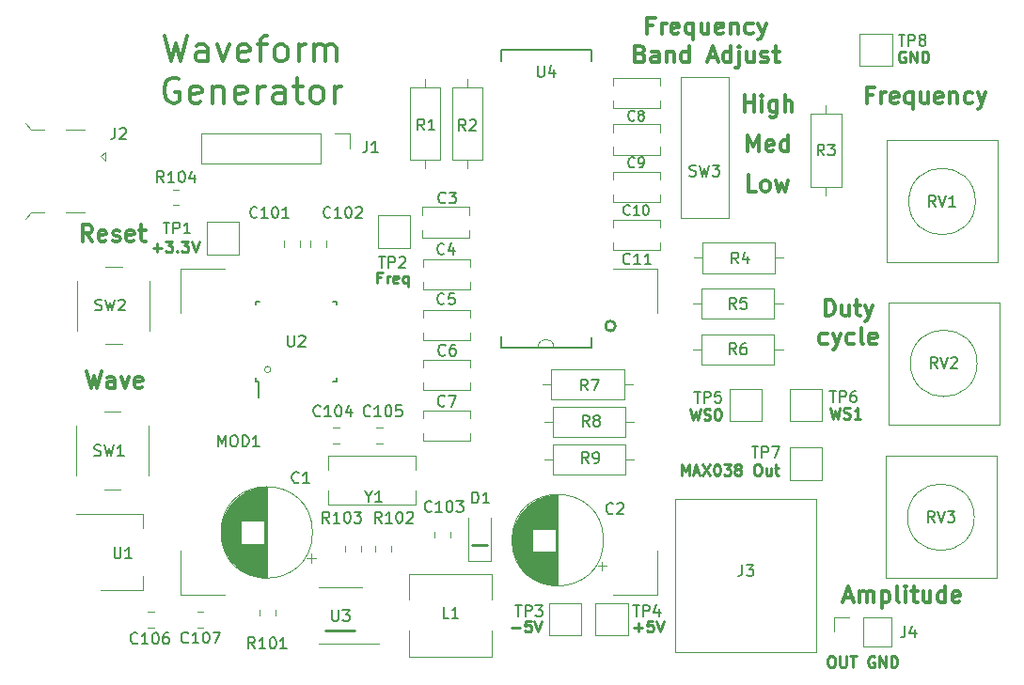
<source format=gbr>
G04 #@! TF.GenerationSoftware,KiCad,Pcbnew,(5.1.2-1)-1*
G04 #@! TF.CreationDate,2019-07-31T15:28:19-07:00*
G04 #@! TF.ProjectId,wavegenerator_v1,77617665-6765-46e6-9572-61746f725f76,rev?*
G04 #@! TF.SameCoordinates,Original*
G04 #@! TF.FileFunction,Legend,Top*
G04 #@! TF.FilePolarity,Positive*
%FSLAX46Y46*%
G04 Gerber Fmt 4.6, Leading zero omitted, Abs format (unit mm)*
G04 Created by KiCad (PCBNEW (5.1.2-1)-1) date 2019-07-31 15:28:19*
%MOMM*%
%LPD*%
G04 APERTURE LIST*
%ADD10C,0.250000*%
%ADD11C,0.120000*%
%ADD12C,0.300000*%
%ADD13C,0.152400*%
%ADD14C,0.150000*%
G04 APERTURE END LIST*
D10*
X84500000Y-90200000D02*
X85900000Y-90200000D01*
X116819047Y-77852380D02*
X117057142Y-78852380D01*
X117247619Y-78138095D01*
X117438095Y-78852380D01*
X117676190Y-77852380D01*
X118009523Y-78804761D02*
X118152380Y-78852380D01*
X118390476Y-78852380D01*
X118485714Y-78804761D01*
X118533333Y-78757142D01*
X118580952Y-78661904D01*
X118580952Y-78566666D01*
X118533333Y-78471428D01*
X118485714Y-78423809D01*
X118390476Y-78376190D01*
X118200000Y-78328571D01*
X118104761Y-78280952D01*
X118057142Y-78233333D01*
X118009523Y-78138095D01*
X118009523Y-78042857D01*
X118057142Y-77947619D01*
X118104761Y-77900000D01*
X118200000Y-77852380D01*
X118438095Y-77852380D01*
X118580952Y-77900000D01*
X119533333Y-78852380D02*
X118961904Y-78852380D01*
X119247619Y-78852380D02*
X119247619Y-77852380D01*
X119152380Y-77995238D01*
X119057142Y-78090476D01*
X118961904Y-78138095D01*
X116795238Y-100252380D02*
X116985714Y-100252380D01*
X117080952Y-100300000D01*
X117176190Y-100395238D01*
X117223809Y-100585714D01*
X117223809Y-100919047D01*
X117176190Y-101109523D01*
X117080952Y-101204761D01*
X116985714Y-101252380D01*
X116795238Y-101252380D01*
X116700000Y-101204761D01*
X116604761Y-101109523D01*
X116557142Y-100919047D01*
X116557142Y-100585714D01*
X116604761Y-100395238D01*
X116700000Y-100300000D01*
X116795238Y-100252380D01*
X117652380Y-100252380D02*
X117652380Y-101061904D01*
X117700000Y-101157142D01*
X117747619Y-101204761D01*
X117842857Y-101252380D01*
X118033333Y-101252380D01*
X118128571Y-101204761D01*
X118176190Y-101157142D01*
X118223809Y-101061904D01*
X118223809Y-100252380D01*
X118557142Y-100252380D02*
X119128571Y-100252380D01*
X118842857Y-101252380D02*
X118842857Y-100252380D01*
X120747619Y-100300000D02*
X120652380Y-100252380D01*
X120509523Y-100252380D01*
X120366666Y-100300000D01*
X120271428Y-100395238D01*
X120223809Y-100490476D01*
X120176190Y-100680952D01*
X120176190Y-100823809D01*
X120223809Y-101014285D01*
X120271428Y-101109523D01*
X120366666Y-101204761D01*
X120509523Y-101252380D01*
X120604761Y-101252380D01*
X120747619Y-101204761D01*
X120795238Y-101157142D01*
X120795238Y-100823809D01*
X120604761Y-100823809D01*
X121223809Y-101252380D02*
X121223809Y-100252380D01*
X121795238Y-101252380D01*
X121795238Y-100252380D01*
X122271428Y-101252380D02*
X122271428Y-100252380D01*
X122509523Y-100252380D01*
X122652380Y-100300000D01*
X122747619Y-100395238D01*
X122795238Y-100490476D01*
X122842857Y-100680952D01*
X122842857Y-100823809D01*
X122795238Y-101014285D01*
X122747619Y-101109523D01*
X122652380Y-101204761D01*
X122509523Y-101252380D01*
X122271428Y-101252380D01*
X97447214Y-70500000D02*
G75*
G03X97447214Y-70500000I-447214J0D01*
G01*
D11*
X90500000Y-72400000D02*
G75*
G02X91900000Y-72400000I700000J0D01*
G01*
D10*
X76352380Y-66128571D02*
X76019047Y-66128571D01*
X76019047Y-66652380D02*
X76019047Y-65652380D01*
X76495238Y-65652380D01*
X76876190Y-66652380D02*
X76876190Y-65985714D01*
X76876190Y-66176190D02*
X76923809Y-66080952D01*
X76971428Y-66033333D01*
X77066666Y-65985714D01*
X77161904Y-65985714D01*
X77876190Y-66604761D02*
X77780952Y-66652380D01*
X77590476Y-66652380D01*
X77495238Y-66604761D01*
X77447619Y-66509523D01*
X77447619Y-66128571D01*
X77495238Y-66033333D01*
X77590476Y-65985714D01*
X77780952Y-65985714D01*
X77876190Y-66033333D01*
X77923809Y-66128571D01*
X77923809Y-66223809D01*
X77447619Y-66319047D01*
X78780952Y-65985714D02*
X78780952Y-66985714D01*
X78780952Y-66604761D02*
X78685714Y-66652380D01*
X78495238Y-66652380D01*
X78400000Y-66604761D01*
X78352380Y-66557142D01*
X78304761Y-66461904D01*
X78304761Y-66176190D01*
X78352380Y-66080952D01*
X78400000Y-66033333D01*
X78495238Y-65985714D01*
X78685714Y-65985714D01*
X78780952Y-66033333D01*
X104219047Y-77952380D02*
X104457142Y-78952380D01*
X104647619Y-78238095D01*
X104838095Y-78952380D01*
X105076190Y-77952380D01*
X105409523Y-78904761D02*
X105552380Y-78952380D01*
X105790476Y-78952380D01*
X105885714Y-78904761D01*
X105933333Y-78857142D01*
X105980952Y-78761904D01*
X105980952Y-78666666D01*
X105933333Y-78571428D01*
X105885714Y-78523809D01*
X105790476Y-78476190D01*
X105600000Y-78428571D01*
X105504761Y-78380952D01*
X105457142Y-78333333D01*
X105409523Y-78238095D01*
X105409523Y-78142857D01*
X105457142Y-78047619D01*
X105504761Y-78000000D01*
X105600000Y-77952380D01*
X105838095Y-77952380D01*
X105980952Y-78000000D01*
X106600000Y-77952380D02*
X106695238Y-77952380D01*
X106790476Y-78000000D01*
X106838095Y-78047619D01*
X106885714Y-78142857D01*
X106933333Y-78333333D01*
X106933333Y-78571428D01*
X106885714Y-78761904D01*
X106838095Y-78857142D01*
X106790476Y-78904761D01*
X106695238Y-78952380D01*
X106600000Y-78952380D01*
X106504761Y-78904761D01*
X106457142Y-78857142D01*
X106409523Y-78761904D01*
X106361904Y-78571428D01*
X106361904Y-78333333D01*
X106409523Y-78142857D01*
X106457142Y-78047619D01*
X106504761Y-78000000D01*
X106600000Y-77952380D01*
X103390476Y-83952380D02*
X103390476Y-82952380D01*
X103723809Y-83666666D01*
X104057142Y-82952380D01*
X104057142Y-83952380D01*
X104485714Y-83666666D02*
X104961904Y-83666666D01*
X104390476Y-83952380D02*
X104723809Y-82952380D01*
X105057142Y-83952380D01*
X105295238Y-82952380D02*
X105961904Y-83952380D01*
X105961904Y-82952380D02*
X105295238Y-83952380D01*
X106533333Y-82952380D02*
X106628571Y-82952380D01*
X106723809Y-83000000D01*
X106771428Y-83047619D01*
X106819047Y-83142857D01*
X106866666Y-83333333D01*
X106866666Y-83571428D01*
X106819047Y-83761904D01*
X106771428Y-83857142D01*
X106723809Y-83904761D01*
X106628571Y-83952380D01*
X106533333Y-83952380D01*
X106438095Y-83904761D01*
X106390476Y-83857142D01*
X106342857Y-83761904D01*
X106295238Y-83571428D01*
X106295238Y-83333333D01*
X106342857Y-83142857D01*
X106390476Y-83047619D01*
X106438095Y-83000000D01*
X106533333Y-82952380D01*
X107200000Y-82952380D02*
X107819047Y-82952380D01*
X107485714Y-83333333D01*
X107628571Y-83333333D01*
X107723809Y-83380952D01*
X107771428Y-83428571D01*
X107819047Y-83523809D01*
X107819047Y-83761904D01*
X107771428Y-83857142D01*
X107723809Y-83904761D01*
X107628571Y-83952380D01*
X107342857Y-83952380D01*
X107247619Y-83904761D01*
X107200000Y-83857142D01*
X108390476Y-83380952D02*
X108295238Y-83333333D01*
X108247619Y-83285714D01*
X108200000Y-83190476D01*
X108200000Y-83142857D01*
X108247619Y-83047619D01*
X108295238Y-83000000D01*
X108390476Y-82952380D01*
X108580952Y-82952380D01*
X108676190Y-83000000D01*
X108723809Y-83047619D01*
X108771428Y-83142857D01*
X108771428Y-83190476D01*
X108723809Y-83285714D01*
X108676190Y-83333333D01*
X108580952Y-83380952D01*
X108390476Y-83380952D01*
X108295238Y-83428571D01*
X108247619Y-83476190D01*
X108200000Y-83571428D01*
X108200000Y-83761904D01*
X108247619Y-83857142D01*
X108295238Y-83904761D01*
X108390476Y-83952380D01*
X108580952Y-83952380D01*
X108676190Y-83904761D01*
X108723809Y-83857142D01*
X108771428Y-83761904D01*
X108771428Y-83571428D01*
X108723809Y-83476190D01*
X108676190Y-83428571D01*
X108580952Y-83380952D01*
X110152380Y-82952380D02*
X110342857Y-82952380D01*
X110438095Y-83000000D01*
X110533333Y-83095238D01*
X110580952Y-83285714D01*
X110580952Y-83619047D01*
X110533333Y-83809523D01*
X110438095Y-83904761D01*
X110342857Y-83952380D01*
X110152380Y-83952380D01*
X110057142Y-83904761D01*
X109961904Y-83809523D01*
X109914285Y-83619047D01*
X109914285Y-83285714D01*
X109961904Y-83095238D01*
X110057142Y-83000000D01*
X110152380Y-82952380D01*
X111438095Y-83285714D02*
X111438095Y-83952380D01*
X111009523Y-83285714D02*
X111009523Y-83809523D01*
X111057142Y-83904761D01*
X111152380Y-83952380D01*
X111295238Y-83952380D01*
X111390476Y-83904761D01*
X111438095Y-83857142D01*
X111771428Y-83285714D02*
X112152380Y-83285714D01*
X111914285Y-82952380D02*
X111914285Y-83809523D01*
X111961904Y-83904761D01*
X112057142Y-83952380D01*
X112152380Y-83952380D01*
X71363000Y-97900000D02*
X73966500Y-97900000D01*
D11*
X66421001Y-74422000D02*
G75*
G03X66421001Y-74422000I-283981J0D01*
G01*
D10*
X88114285Y-97671428D02*
X88876190Y-97671428D01*
X89828571Y-97052380D02*
X89352380Y-97052380D01*
X89304761Y-97528571D01*
X89352380Y-97480952D01*
X89447619Y-97433333D01*
X89685714Y-97433333D01*
X89780952Y-97480952D01*
X89828571Y-97528571D01*
X89876190Y-97623809D01*
X89876190Y-97861904D01*
X89828571Y-97957142D01*
X89780952Y-98004761D01*
X89685714Y-98052380D01*
X89447619Y-98052380D01*
X89352380Y-98004761D01*
X89304761Y-97957142D01*
X90161904Y-97052380D02*
X90495238Y-98052380D01*
X90828571Y-97052380D01*
D12*
X56869047Y-44365476D02*
X57416666Y-46665476D01*
X57854761Y-45022619D01*
X58292857Y-46665476D01*
X58840476Y-44365476D01*
X60702380Y-46665476D02*
X60702380Y-45460714D01*
X60592857Y-45241666D01*
X60373809Y-45132142D01*
X59935714Y-45132142D01*
X59716666Y-45241666D01*
X60702380Y-46555952D02*
X60483333Y-46665476D01*
X59935714Y-46665476D01*
X59716666Y-46555952D01*
X59607142Y-46336904D01*
X59607142Y-46117857D01*
X59716666Y-45898809D01*
X59935714Y-45789285D01*
X60483333Y-45789285D01*
X60702380Y-45679761D01*
X61578571Y-45132142D02*
X62126190Y-46665476D01*
X62673809Y-45132142D01*
X64426190Y-46555952D02*
X64207142Y-46665476D01*
X63769047Y-46665476D01*
X63550000Y-46555952D01*
X63440476Y-46336904D01*
X63440476Y-45460714D01*
X63550000Y-45241666D01*
X63769047Y-45132142D01*
X64207142Y-45132142D01*
X64426190Y-45241666D01*
X64535714Y-45460714D01*
X64535714Y-45679761D01*
X63440476Y-45898809D01*
X65192857Y-45132142D02*
X66069047Y-45132142D01*
X65521428Y-46665476D02*
X65521428Y-44694047D01*
X65630952Y-44475000D01*
X65850000Y-44365476D01*
X66069047Y-44365476D01*
X67164285Y-46665476D02*
X66945238Y-46555952D01*
X66835714Y-46446428D01*
X66726190Y-46227380D01*
X66726190Y-45570238D01*
X66835714Y-45351190D01*
X66945238Y-45241666D01*
X67164285Y-45132142D01*
X67492857Y-45132142D01*
X67711904Y-45241666D01*
X67821428Y-45351190D01*
X67930952Y-45570238D01*
X67930952Y-46227380D01*
X67821428Y-46446428D01*
X67711904Y-46555952D01*
X67492857Y-46665476D01*
X67164285Y-46665476D01*
X68916666Y-46665476D02*
X68916666Y-45132142D01*
X68916666Y-45570238D02*
X69026190Y-45351190D01*
X69135714Y-45241666D01*
X69354761Y-45132142D01*
X69573809Y-45132142D01*
X70340476Y-46665476D02*
X70340476Y-45132142D01*
X70340476Y-45351190D02*
X70450000Y-45241666D01*
X70669047Y-45132142D01*
X70997619Y-45132142D01*
X71216666Y-45241666D01*
X71326190Y-45460714D01*
X71326190Y-46665476D01*
X71326190Y-45460714D02*
X71435714Y-45241666D01*
X71654761Y-45132142D01*
X71983333Y-45132142D01*
X72202380Y-45241666D01*
X72311904Y-45460714D01*
X72311904Y-46665476D01*
X58128571Y-48225000D02*
X57909523Y-48115476D01*
X57580952Y-48115476D01*
X57252380Y-48225000D01*
X57033333Y-48444047D01*
X56923809Y-48663095D01*
X56814285Y-49101190D01*
X56814285Y-49429761D01*
X56923809Y-49867857D01*
X57033333Y-50086904D01*
X57252380Y-50305952D01*
X57580952Y-50415476D01*
X57800000Y-50415476D01*
X58128571Y-50305952D01*
X58238095Y-50196428D01*
X58238095Y-49429761D01*
X57800000Y-49429761D01*
X60100000Y-50305952D02*
X59880952Y-50415476D01*
X59442857Y-50415476D01*
X59223809Y-50305952D01*
X59114285Y-50086904D01*
X59114285Y-49210714D01*
X59223809Y-48991666D01*
X59442857Y-48882142D01*
X59880952Y-48882142D01*
X60100000Y-48991666D01*
X60209523Y-49210714D01*
X60209523Y-49429761D01*
X59114285Y-49648809D01*
X61195238Y-48882142D02*
X61195238Y-50415476D01*
X61195238Y-49101190D02*
X61304761Y-48991666D01*
X61523809Y-48882142D01*
X61852380Y-48882142D01*
X62071428Y-48991666D01*
X62180952Y-49210714D01*
X62180952Y-50415476D01*
X64152380Y-50305952D02*
X63933333Y-50415476D01*
X63495238Y-50415476D01*
X63276190Y-50305952D01*
X63166666Y-50086904D01*
X63166666Y-49210714D01*
X63276190Y-48991666D01*
X63495238Y-48882142D01*
X63933333Y-48882142D01*
X64152380Y-48991666D01*
X64261904Y-49210714D01*
X64261904Y-49429761D01*
X63166666Y-49648809D01*
X65247619Y-50415476D02*
X65247619Y-48882142D01*
X65247619Y-49320238D02*
X65357142Y-49101190D01*
X65466666Y-48991666D01*
X65685714Y-48882142D01*
X65904761Y-48882142D01*
X67657142Y-50415476D02*
X67657142Y-49210714D01*
X67547619Y-48991666D01*
X67328571Y-48882142D01*
X66890476Y-48882142D01*
X66671428Y-48991666D01*
X67657142Y-50305952D02*
X67438095Y-50415476D01*
X66890476Y-50415476D01*
X66671428Y-50305952D01*
X66561904Y-50086904D01*
X66561904Y-49867857D01*
X66671428Y-49648809D01*
X66890476Y-49539285D01*
X67438095Y-49539285D01*
X67657142Y-49429761D01*
X68423809Y-48882142D02*
X69300000Y-48882142D01*
X68752380Y-48115476D02*
X68752380Y-50086904D01*
X68861904Y-50305952D01*
X69080952Y-50415476D01*
X69300000Y-50415476D01*
X70395238Y-50415476D02*
X70176190Y-50305952D01*
X70066666Y-50196428D01*
X69957142Y-49977380D01*
X69957142Y-49320238D01*
X70066666Y-49101190D01*
X70176190Y-48991666D01*
X70395238Y-48882142D01*
X70723809Y-48882142D01*
X70942857Y-48991666D01*
X71052380Y-49101190D01*
X71161904Y-49320238D01*
X71161904Y-49977380D01*
X71052380Y-50196428D01*
X70942857Y-50305952D01*
X70723809Y-50415476D01*
X70395238Y-50415476D01*
X72147619Y-50415476D02*
X72147619Y-48882142D01*
X72147619Y-49320238D02*
X72257142Y-49101190D01*
X72366666Y-48991666D01*
X72585714Y-48882142D01*
X72804761Y-48882142D01*
D10*
X123538095Y-45800000D02*
X123442857Y-45752380D01*
X123300000Y-45752380D01*
X123157142Y-45800000D01*
X123061904Y-45895238D01*
X123014285Y-45990476D01*
X122966666Y-46180952D01*
X122966666Y-46323809D01*
X123014285Y-46514285D01*
X123061904Y-46609523D01*
X123157142Y-46704761D01*
X123300000Y-46752380D01*
X123395238Y-46752380D01*
X123538095Y-46704761D01*
X123585714Y-46657142D01*
X123585714Y-46323809D01*
X123395238Y-46323809D01*
X124014285Y-46752380D02*
X124014285Y-45752380D01*
X124585714Y-46752380D01*
X124585714Y-45752380D01*
X125061904Y-46752380D02*
X125061904Y-45752380D01*
X125300000Y-45752380D01*
X125442857Y-45800000D01*
X125538095Y-45895238D01*
X125585714Y-45990476D01*
X125633333Y-46180952D01*
X125633333Y-46323809D01*
X125585714Y-46514285D01*
X125538095Y-46609523D01*
X125442857Y-46704761D01*
X125300000Y-46752380D01*
X125061904Y-46752380D01*
D12*
X100814285Y-43417857D02*
X100314285Y-43417857D01*
X100314285Y-44203571D02*
X100314285Y-42703571D01*
X101028571Y-42703571D01*
X101600000Y-44203571D02*
X101600000Y-43203571D01*
X101600000Y-43489285D02*
X101671428Y-43346428D01*
X101742857Y-43275000D01*
X101885714Y-43203571D01*
X102028571Y-43203571D01*
X103100000Y-44132142D02*
X102957142Y-44203571D01*
X102671428Y-44203571D01*
X102528571Y-44132142D01*
X102457142Y-43989285D01*
X102457142Y-43417857D01*
X102528571Y-43275000D01*
X102671428Y-43203571D01*
X102957142Y-43203571D01*
X103100000Y-43275000D01*
X103171428Y-43417857D01*
X103171428Y-43560714D01*
X102457142Y-43703571D01*
X104457142Y-43203571D02*
X104457142Y-44703571D01*
X104457142Y-44132142D02*
X104314285Y-44203571D01*
X104028571Y-44203571D01*
X103885714Y-44132142D01*
X103814285Y-44060714D01*
X103742857Y-43917857D01*
X103742857Y-43489285D01*
X103814285Y-43346428D01*
X103885714Y-43275000D01*
X104028571Y-43203571D01*
X104314285Y-43203571D01*
X104457142Y-43275000D01*
X105814285Y-43203571D02*
X105814285Y-44203571D01*
X105171428Y-43203571D02*
X105171428Y-43989285D01*
X105242857Y-44132142D01*
X105385714Y-44203571D01*
X105600000Y-44203571D01*
X105742857Y-44132142D01*
X105814285Y-44060714D01*
X107100000Y-44132142D02*
X106957142Y-44203571D01*
X106671428Y-44203571D01*
X106528571Y-44132142D01*
X106457142Y-43989285D01*
X106457142Y-43417857D01*
X106528571Y-43275000D01*
X106671428Y-43203571D01*
X106957142Y-43203571D01*
X107100000Y-43275000D01*
X107171428Y-43417857D01*
X107171428Y-43560714D01*
X106457142Y-43703571D01*
X107814285Y-43203571D02*
X107814285Y-44203571D01*
X107814285Y-43346428D02*
X107885714Y-43275000D01*
X108028571Y-43203571D01*
X108242857Y-43203571D01*
X108385714Y-43275000D01*
X108457142Y-43417857D01*
X108457142Y-44203571D01*
X109814285Y-44132142D02*
X109671428Y-44203571D01*
X109385714Y-44203571D01*
X109242857Y-44132142D01*
X109171428Y-44060714D01*
X109100000Y-43917857D01*
X109100000Y-43489285D01*
X109171428Y-43346428D01*
X109242857Y-43275000D01*
X109385714Y-43203571D01*
X109671428Y-43203571D01*
X109814285Y-43275000D01*
X110314285Y-43203571D02*
X110671428Y-44203571D01*
X111028571Y-43203571D02*
X110671428Y-44203571D01*
X110528571Y-44560714D01*
X110457142Y-44632142D01*
X110314285Y-44703571D01*
X99707142Y-45967857D02*
X99921428Y-46039285D01*
X99992857Y-46110714D01*
X100064285Y-46253571D01*
X100064285Y-46467857D01*
X99992857Y-46610714D01*
X99921428Y-46682142D01*
X99778571Y-46753571D01*
X99207142Y-46753571D01*
X99207142Y-45253571D01*
X99707142Y-45253571D01*
X99850000Y-45325000D01*
X99921428Y-45396428D01*
X99992857Y-45539285D01*
X99992857Y-45682142D01*
X99921428Y-45825000D01*
X99850000Y-45896428D01*
X99707142Y-45967857D01*
X99207142Y-45967857D01*
X101350000Y-46753571D02*
X101350000Y-45967857D01*
X101278571Y-45825000D01*
X101135714Y-45753571D01*
X100850000Y-45753571D01*
X100707142Y-45825000D01*
X101350000Y-46682142D02*
X101207142Y-46753571D01*
X100850000Y-46753571D01*
X100707142Y-46682142D01*
X100635714Y-46539285D01*
X100635714Y-46396428D01*
X100707142Y-46253571D01*
X100850000Y-46182142D01*
X101207142Y-46182142D01*
X101350000Y-46110714D01*
X102064285Y-45753571D02*
X102064285Y-46753571D01*
X102064285Y-45896428D02*
X102135714Y-45825000D01*
X102278571Y-45753571D01*
X102492857Y-45753571D01*
X102635714Y-45825000D01*
X102707142Y-45967857D01*
X102707142Y-46753571D01*
X104064285Y-46753571D02*
X104064285Y-45253571D01*
X104064285Y-46682142D02*
X103921428Y-46753571D01*
X103635714Y-46753571D01*
X103492857Y-46682142D01*
X103421428Y-46610714D01*
X103350000Y-46467857D01*
X103350000Y-46039285D01*
X103421428Y-45896428D01*
X103492857Y-45825000D01*
X103635714Y-45753571D01*
X103921428Y-45753571D01*
X104064285Y-45825000D01*
X105850000Y-46325000D02*
X106564285Y-46325000D01*
X105707142Y-46753571D02*
X106207142Y-45253571D01*
X106707142Y-46753571D01*
X107850000Y-46753571D02*
X107850000Y-45253571D01*
X107850000Y-46682142D02*
X107707142Y-46753571D01*
X107421428Y-46753571D01*
X107278571Y-46682142D01*
X107207142Y-46610714D01*
X107135714Y-46467857D01*
X107135714Y-46039285D01*
X107207142Y-45896428D01*
X107278571Y-45825000D01*
X107421428Y-45753571D01*
X107707142Y-45753571D01*
X107850000Y-45825000D01*
X108564285Y-45753571D02*
X108564285Y-47039285D01*
X108492857Y-47182142D01*
X108350000Y-47253571D01*
X108278571Y-47253571D01*
X108564285Y-45253571D02*
X108492857Y-45325000D01*
X108564285Y-45396428D01*
X108635714Y-45325000D01*
X108564285Y-45253571D01*
X108564285Y-45396428D01*
X109921428Y-45753571D02*
X109921428Y-46753571D01*
X109278571Y-45753571D02*
X109278571Y-46539285D01*
X109350000Y-46682142D01*
X109492857Y-46753571D01*
X109707142Y-46753571D01*
X109850000Y-46682142D01*
X109921428Y-46610714D01*
X110564285Y-46682142D02*
X110707142Y-46753571D01*
X110992857Y-46753571D01*
X111135714Y-46682142D01*
X111207142Y-46539285D01*
X111207142Y-46467857D01*
X111135714Y-46325000D01*
X110992857Y-46253571D01*
X110778571Y-46253571D01*
X110635714Y-46182142D01*
X110564285Y-46039285D01*
X110564285Y-45967857D01*
X110635714Y-45825000D01*
X110778571Y-45753571D01*
X110992857Y-45753571D01*
X111135714Y-45825000D01*
X111635714Y-45753571D02*
X112207142Y-45753571D01*
X111850000Y-45253571D02*
X111850000Y-46539285D01*
X111921428Y-46682142D01*
X112064285Y-46753571D01*
X112207142Y-46753571D01*
X110134400Y-58387371D02*
X109420114Y-58387371D01*
X109420114Y-56887371D01*
X110848685Y-58387371D02*
X110705828Y-58315942D01*
X110634400Y-58244514D01*
X110562971Y-58101657D01*
X110562971Y-57673085D01*
X110634400Y-57530228D01*
X110705828Y-57458800D01*
X110848685Y-57387371D01*
X111062971Y-57387371D01*
X111205828Y-57458800D01*
X111277257Y-57530228D01*
X111348685Y-57673085D01*
X111348685Y-58101657D01*
X111277257Y-58244514D01*
X111205828Y-58315942D01*
X111062971Y-58387371D01*
X110848685Y-58387371D01*
X111848685Y-57387371D02*
X112134400Y-58387371D01*
X112420114Y-57673085D01*
X112705828Y-58387371D01*
X112991542Y-57387371D01*
X109378571Y-54778571D02*
X109378571Y-53278571D01*
X109878571Y-54350000D01*
X110378571Y-53278571D01*
X110378571Y-54778571D01*
X111664285Y-54707142D02*
X111521428Y-54778571D01*
X111235714Y-54778571D01*
X111092857Y-54707142D01*
X111021428Y-54564285D01*
X111021428Y-53992857D01*
X111092857Y-53850000D01*
X111235714Y-53778571D01*
X111521428Y-53778571D01*
X111664285Y-53850000D01*
X111735714Y-53992857D01*
X111735714Y-54135714D01*
X111021428Y-54278571D01*
X113021428Y-54778571D02*
X113021428Y-53278571D01*
X113021428Y-54707142D02*
X112878571Y-54778571D01*
X112592857Y-54778571D01*
X112450000Y-54707142D01*
X112378571Y-54635714D01*
X112307142Y-54492857D01*
X112307142Y-54064285D01*
X112378571Y-53921428D01*
X112450000Y-53850000D01*
X112592857Y-53778571D01*
X112878571Y-53778571D01*
X113021428Y-53850000D01*
X109057142Y-51173771D02*
X109057142Y-49673771D01*
X109057142Y-50388057D02*
X109914285Y-50388057D01*
X109914285Y-51173771D02*
X109914285Y-49673771D01*
X110628571Y-51173771D02*
X110628571Y-50173771D01*
X110628571Y-49673771D02*
X110557142Y-49745200D01*
X110628571Y-49816628D01*
X110700000Y-49745200D01*
X110628571Y-49673771D01*
X110628571Y-49816628D01*
X111985714Y-50173771D02*
X111985714Y-51388057D01*
X111914285Y-51530914D01*
X111842857Y-51602342D01*
X111700000Y-51673771D01*
X111485714Y-51673771D01*
X111342857Y-51602342D01*
X111985714Y-51102342D02*
X111842857Y-51173771D01*
X111557142Y-51173771D01*
X111414285Y-51102342D01*
X111342857Y-51030914D01*
X111271428Y-50888057D01*
X111271428Y-50459485D01*
X111342857Y-50316628D01*
X111414285Y-50245200D01*
X111557142Y-50173771D01*
X111842857Y-50173771D01*
X111985714Y-50245200D01*
X112700000Y-51173771D02*
X112700000Y-49673771D01*
X113342857Y-51173771D02*
X113342857Y-50388057D01*
X113271428Y-50245200D01*
X113128571Y-50173771D01*
X112914285Y-50173771D01*
X112771428Y-50245200D01*
X112700000Y-50316628D01*
X118077314Y-94992000D02*
X118791600Y-94992000D01*
X117934457Y-95420571D02*
X118434457Y-93920571D01*
X118934457Y-95420571D01*
X119434457Y-95420571D02*
X119434457Y-94420571D01*
X119434457Y-94563428D02*
X119505885Y-94492000D01*
X119648742Y-94420571D01*
X119863028Y-94420571D01*
X120005885Y-94492000D01*
X120077314Y-94634857D01*
X120077314Y-95420571D01*
X120077314Y-94634857D02*
X120148742Y-94492000D01*
X120291600Y-94420571D01*
X120505885Y-94420571D01*
X120648742Y-94492000D01*
X120720171Y-94634857D01*
X120720171Y-95420571D01*
X121434457Y-94420571D02*
X121434457Y-95920571D01*
X121434457Y-94492000D02*
X121577314Y-94420571D01*
X121863028Y-94420571D01*
X122005885Y-94492000D01*
X122077314Y-94563428D01*
X122148742Y-94706285D01*
X122148742Y-95134857D01*
X122077314Y-95277714D01*
X122005885Y-95349142D01*
X121863028Y-95420571D01*
X121577314Y-95420571D01*
X121434457Y-95349142D01*
X123005885Y-95420571D02*
X122863028Y-95349142D01*
X122791600Y-95206285D01*
X122791600Y-93920571D01*
X123577314Y-95420571D02*
X123577314Y-94420571D01*
X123577314Y-93920571D02*
X123505885Y-93992000D01*
X123577314Y-94063428D01*
X123648742Y-93992000D01*
X123577314Y-93920571D01*
X123577314Y-94063428D01*
X124077314Y-94420571D02*
X124648742Y-94420571D01*
X124291600Y-93920571D02*
X124291600Y-95206285D01*
X124363028Y-95349142D01*
X124505885Y-95420571D01*
X124648742Y-95420571D01*
X125791600Y-94420571D02*
X125791600Y-95420571D01*
X125148742Y-94420571D02*
X125148742Y-95206285D01*
X125220171Y-95349142D01*
X125363028Y-95420571D01*
X125577314Y-95420571D01*
X125720171Y-95349142D01*
X125791600Y-95277714D01*
X127148742Y-95420571D02*
X127148742Y-93920571D01*
X127148742Y-95349142D02*
X127005885Y-95420571D01*
X126720171Y-95420571D01*
X126577314Y-95349142D01*
X126505885Y-95277714D01*
X126434457Y-95134857D01*
X126434457Y-94706285D01*
X126505885Y-94563428D01*
X126577314Y-94492000D01*
X126720171Y-94420571D01*
X127005885Y-94420571D01*
X127148742Y-94492000D01*
X128434457Y-95349142D02*
X128291600Y-95420571D01*
X128005885Y-95420571D01*
X127863028Y-95349142D01*
X127791600Y-95206285D01*
X127791600Y-94634857D01*
X127863028Y-94492000D01*
X128005885Y-94420571D01*
X128291600Y-94420571D01*
X128434457Y-94492000D01*
X128505885Y-94634857D01*
X128505885Y-94777714D01*
X127791600Y-94920571D01*
X116328571Y-69603571D02*
X116328571Y-68103571D01*
X116685714Y-68103571D01*
X116900000Y-68175000D01*
X117042857Y-68317857D01*
X117114285Y-68460714D01*
X117185714Y-68746428D01*
X117185714Y-68960714D01*
X117114285Y-69246428D01*
X117042857Y-69389285D01*
X116900000Y-69532142D01*
X116685714Y-69603571D01*
X116328571Y-69603571D01*
X118471428Y-68603571D02*
X118471428Y-69603571D01*
X117828571Y-68603571D02*
X117828571Y-69389285D01*
X117900000Y-69532142D01*
X118042857Y-69603571D01*
X118257142Y-69603571D01*
X118400000Y-69532142D01*
X118471428Y-69460714D01*
X118971428Y-68603571D02*
X119542857Y-68603571D01*
X119185714Y-68103571D02*
X119185714Y-69389285D01*
X119257142Y-69532142D01*
X119400000Y-69603571D01*
X119542857Y-69603571D01*
X119900000Y-68603571D02*
X120257142Y-69603571D01*
X120614285Y-68603571D02*
X120257142Y-69603571D01*
X120114285Y-69960714D01*
X120042857Y-70032142D01*
X119900000Y-70103571D01*
X116507142Y-72082142D02*
X116364285Y-72153571D01*
X116078571Y-72153571D01*
X115935714Y-72082142D01*
X115864285Y-72010714D01*
X115792857Y-71867857D01*
X115792857Y-71439285D01*
X115864285Y-71296428D01*
X115935714Y-71225000D01*
X116078571Y-71153571D01*
X116364285Y-71153571D01*
X116507142Y-71225000D01*
X117007142Y-71153571D02*
X117364285Y-72153571D01*
X117721428Y-71153571D02*
X117364285Y-72153571D01*
X117221428Y-72510714D01*
X117150000Y-72582142D01*
X117007142Y-72653571D01*
X118935714Y-72082142D02*
X118792857Y-72153571D01*
X118507142Y-72153571D01*
X118364285Y-72082142D01*
X118292857Y-72010714D01*
X118221428Y-71867857D01*
X118221428Y-71439285D01*
X118292857Y-71296428D01*
X118364285Y-71225000D01*
X118507142Y-71153571D01*
X118792857Y-71153571D01*
X118935714Y-71225000D01*
X119792857Y-72153571D02*
X119650000Y-72082142D01*
X119578571Y-71939285D01*
X119578571Y-70653571D01*
X120935714Y-72082142D02*
X120792857Y-72153571D01*
X120507142Y-72153571D01*
X120364285Y-72082142D01*
X120292857Y-71939285D01*
X120292857Y-71367857D01*
X120364285Y-71225000D01*
X120507142Y-71153571D01*
X120792857Y-71153571D01*
X120935714Y-71225000D01*
X121007142Y-71367857D01*
X121007142Y-71510714D01*
X120292857Y-71653571D01*
X120588685Y-49676857D02*
X120088685Y-49676857D01*
X120088685Y-50462571D02*
X120088685Y-48962571D01*
X120802971Y-48962571D01*
X121374400Y-50462571D02*
X121374400Y-49462571D01*
X121374400Y-49748285D02*
X121445828Y-49605428D01*
X121517257Y-49534000D01*
X121660114Y-49462571D01*
X121802971Y-49462571D01*
X122874400Y-50391142D02*
X122731542Y-50462571D01*
X122445828Y-50462571D01*
X122302971Y-50391142D01*
X122231542Y-50248285D01*
X122231542Y-49676857D01*
X122302971Y-49534000D01*
X122445828Y-49462571D01*
X122731542Y-49462571D01*
X122874400Y-49534000D01*
X122945828Y-49676857D01*
X122945828Y-49819714D01*
X122231542Y-49962571D01*
X124231542Y-49462571D02*
X124231542Y-50962571D01*
X124231542Y-50391142D02*
X124088685Y-50462571D01*
X123802971Y-50462571D01*
X123660114Y-50391142D01*
X123588685Y-50319714D01*
X123517257Y-50176857D01*
X123517257Y-49748285D01*
X123588685Y-49605428D01*
X123660114Y-49534000D01*
X123802971Y-49462571D01*
X124088685Y-49462571D01*
X124231542Y-49534000D01*
X125588685Y-49462571D02*
X125588685Y-50462571D01*
X124945828Y-49462571D02*
X124945828Y-50248285D01*
X125017257Y-50391142D01*
X125160114Y-50462571D01*
X125374400Y-50462571D01*
X125517257Y-50391142D01*
X125588685Y-50319714D01*
X126874400Y-50391142D02*
X126731542Y-50462571D01*
X126445828Y-50462571D01*
X126302971Y-50391142D01*
X126231542Y-50248285D01*
X126231542Y-49676857D01*
X126302971Y-49534000D01*
X126445828Y-49462571D01*
X126731542Y-49462571D01*
X126874400Y-49534000D01*
X126945828Y-49676857D01*
X126945828Y-49819714D01*
X126231542Y-49962571D01*
X127588685Y-49462571D02*
X127588685Y-50462571D01*
X127588685Y-49605428D02*
X127660114Y-49534000D01*
X127802971Y-49462571D01*
X128017257Y-49462571D01*
X128160114Y-49534000D01*
X128231542Y-49676857D01*
X128231542Y-50462571D01*
X129588685Y-50391142D02*
X129445828Y-50462571D01*
X129160114Y-50462571D01*
X129017257Y-50391142D01*
X128945828Y-50319714D01*
X128874400Y-50176857D01*
X128874400Y-49748285D01*
X128945828Y-49605428D01*
X129017257Y-49534000D01*
X129160114Y-49462571D01*
X129445828Y-49462571D01*
X129588685Y-49534000D01*
X130088685Y-49462571D02*
X130445828Y-50462571D01*
X130802971Y-49462571D02*
X130445828Y-50462571D01*
X130302971Y-50819714D01*
X130231542Y-50891142D01*
X130088685Y-50962571D01*
X49864285Y-74578571D02*
X50221428Y-76078571D01*
X50507142Y-75007142D01*
X50792857Y-76078571D01*
X51150000Y-74578571D01*
X52364285Y-76078571D02*
X52364285Y-75292857D01*
X52292857Y-75150000D01*
X52150000Y-75078571D01*
X51864285Y-75078571D01*
X51721428Y-75150000D01*
X52364285Y-76007142D02*
X52221428Y-76078571D01*
X51864285Y-76078571D01*
X51721428Y-76007142D01*
X51650000Y-75864285D01*
X51650000Y-75721428D01*
X51721428Y-75578571D01*
X51864285Y-75507142D01*
X52221428Y-75507142D01*
X52364285Y-75435714D01*
X52935714Y-75078571D02*
X53292857Y-76078571D01*
X53650000Y-75078571D01*
X54792857Y-76007142D02*
X54650000Y-76078571D01*
X54364285Y-76078571D01*
X54221428Y-76007142D01*
X54150000Y-75864285D01*
X54150000Y-75292857D01*
X54221428Y-75150000D01*
X54364285Y-75078571D01*
X54650000Y-75078571D01*
X54792857Y-75150000D01*
X54864285Y-75292857D01*
X54864285Y-75435714D01*
X54150000Y-75578571D01*
X50342857Y-62878571D02*
X49842857Y-62164285D01*
X49485714Y-62878571D02*
X49485714Y-61378571D01*
X50057142Y-61378571D01*
X50200000Y-61450000D01*
X50271428Y-61521428D01*
X50342857Y-61664285D01*
X50342857Y-61878571D01*
X50271428Y-62021428D01*
X50200000Y-62092857D01*
X50057142Y-62164285D01*
X49485714Y-62164285D01*
X51557142Y-62807142D02*
X51414285Y-62878571D01*
X51128571Y-62878571D01*
X50985714Y-62807142D01*
X50914285Y-62664285D01*
X50914285Y-62092857D01*
X50985714Y-61950000D01*
X51128571Y-61878571D01*
X51414285Y-61878571D01*
X51557142Y-61950000D01*
X51628571Y-62092857D01*
X51628571Y-62235714D01*
X50914285Y-62378571D01*
X52200000Y-62807142D02*
X52342857Y-62878571D01*
X52628571Y-62878571D01*
X52771428Y-62807142D01*
X52842857Y-62664285D01*
X52842857Y-62592857D01*
X52771428Y-62450000D01*
X52628571Y-62378571D01*
X52414285Y-62378571D01*
X52271428Y-62307142D01*
X52200000Y-62164285D01*
X52200000Y-62092857D01*
X52271428Y-61950000D01*
X52414285Y-61878571D01*
X52628571Y-61878571D01*
X52771428Y-61950000D01*
X54057142Y-62807142D02*
X53914285Y-62878571D01*
X53628571Y-62878571D01*
X53485714Y-62807142D01*
X53414285Y-62664285D01*
X53414285Y-62092857D01*
X53485714Y-61950000D01*
X53628571Y-61878571D01*
X53914285Y-61878571D01*
X54057142Y-61950000D01*
X54128571Y-62092857D01*
X54128571Y-62235714D01*
X53414285Y-62378571D01*
X54557142Y-61878571D02*
X55128571Y-61878571D01*
X54771428Y-61378571D02*
X54771428Y-62664285D01*
X54842857Y-62807142D01*
X54985714Y-62878571D01*
X55128571Y-62878571D01*
D10*
X55800000Y-63471428D02*
X56561904Y-63471428D01*
X56180952Y-63852380D02*
X56180952Y-63090476D01*
X56942857Y-62852380D02*
X57561904Y-62852380D01*
X57228571Y-63233333D01*
X57371428Y-63233333D01*
X57466666Y-63280952D01*
X57514285Y-63328571D01*
X57561904Y-63423809D01*
X57561904Y-63661904D01*
X57514285Y-63757142D01*
X57466666Y-63804761D01*
X57371428Y-63852380D01*
X57085714Y-63852380D01*
X56990476Y-63804761D01*
X56942857Y-63757142D01*
X57990476Y-63757142D02*
X58038095Y-63804761D01*
X57990476Y-63852380D01*
X57942857Y-63804761D01*
X57990476Y-63757142D01*
X57990476Y-63852380D01*
X58371428Y-62852380D02*
X58990476Y-62852380D01*
X58657142Y-63233333D01*
X58800000Y-63233333D01*
X58895238Y-63280952D01*
X58942857Y-63328571D01*
X58990476Y-63423809D01*
X58990476Y-63661904D01*
X58942857Y-63757142D01*
X58895238Y-63804761D01*
X58800000Y-63852380D01*
X58514285Y-63852380D01*
X58419047Y-63804761D01*
X58371428Y-63757142D01*
X59276190Y-62852380D02*
X59609523Y-63852380D01*
X59942857Y-62852380D01*
X99114285Y-97671428D02*
X99876190Y-97671428D01*
X99495238Y-98052380D02*
X99495238Y-97290476D01*
X100828571Y-97052380D02*
X100352380Y-97052380D01*
X100304761Y-97528571D01*
X100352380Y-97480952D01*
X100447619Y-97433333D01*
X100685714Y-97433333D01*
X100780952Y-97480952D01*
X100828571Y-97528571D01*
X100876190Y-97623809D01*
X100876190Y-97861904D01*
X100828571Y-97957142D01*
X100780952Y-98004761D01*
X100685714Y-98052380D01*
X100447619Y-98052380D01*
X100352380Y-98004761D01*
X100304761Y-97957142D01*
X101161904Y-97052380D02*
X101495238Y-98052380D01*
X101828571Y-97052380D01*
D11*
X96259698Y-92515000D02*
X96259698Y-91715000D01*
X96659698Y-92115000D02*
X95859698Y-92115000D01*
X88169000Y-90333000D02*
X88169000Y-89267000D01*
X88209000Y-90568000D02*
X88209000Y-89032000D01*
X88249000Y-90748000D02*
X88249000Y-88852000D01*
X88289000Y-90898000D02*
X88289000Y-88702000D01*
X88329000Y-91029000D02*
X88329000Y-88571000D01*
X88369000Y-91146000D02*
X88369000Y-88454000D01*
X88409000Y-91253000D02*
X88409000Y-88347000D01*
X88449000Y-91352000D02*
X88449000Y-88248000D01*
X88489000Y-91445000D02*
X88489000Y-88155000D01*
X88529000Y-91531000D02*
X88529000Y-88069000D01*
X88569000Y-91613000D02*
X88569000Y-87987000D01*
X88609000Y-91690000D02*
X88609000Y-87910000D01*
X88649000Y-91764000D02*
X88649000Y-87836000D01*
X88689000Y-91834000D02*
X88689000Y-87766000D01*
X88729000Y-91902000D02*
X88729000Y-87698000D01*
X88769000Y-91966000D02*
X88769000Y-87634000D01*
X88809000Y-92028000D02*
X88809000Y-87572000D01*
X88849000Y-92087000D02*
X88849000Y-87513000D01*
X88889000Y-92145000D02*
X88889000Y-87455000D01*
X88929000Y-92200000D02*
X88929000Y-87400000D01*
X88969000Y-92254000D02*
X88969000Y-87346000D01*
X89009000Y-92305000D02*
X89009000Y-87295000D01*
X89049000Y-92356000D02*
X89049000Y-87244000D01*
X89089000Y-92404000D02*
X89089000Y-87196000D01*
X89129000Y-92451000D02*
X89129000Y-87149000D01*
X89169000Y-92497000D02*
X89169000Y-87103000D01*
X89209000Y-92541000D02*
X89209000Y-87059000D01*
X89249000Y-92584000D02*
X89249000Y-87016000D01*
X89289000Y-92626000D02*
X89289000Y-86974000D01*
X89329000Y-92667000D02*
X89329000Y-86933000D01*
X89369000Y-92707000D02*
X89369000Y-86893000D01*
X89409000Y-92745000D02*
X89409000Y-86855000D01*
X89449000Y-92783000D02*
X89449000Y-86817000D01*
X89489000Y-92819000D02*
X89489000Y-86781000D01*
X89529000Y-92855000D02*
X89529000Y-86745000D01*
X89569000Y-92890000D02*
X89569000Y-86710000D01*
X89609000Y-92924000D02*
X89609000Y-86676000D01*
X89649000Y-92956000D02*
X89649000Y-86644000D01*
X89689000Y-92989000D02*
X89689000Y-86611000D01*
X89729000Y-93020000D02*
X89729000Y-86580000D01*
X89769000Y-93050000D02*
X89769000Y-86550000D01*
X89809000Y-93080000D02*
X89809000Y-86520000D01*
X89849000Y-93109000D02*
X89849000Y-86491000D01*
X89889000Y-93138000D02*
X89889000Y-86462000D01*
X89929000Y-93165000D02*
X89929000Y-86435000D01*
X89969000Y-88760000D02*
X89969000Y-86408000D01*
X89969000Y-93192000D02*
X89969000Y-90840000D01*
X90009000Y-88760000D02*
X90009000Y-86382000D01*
X90009000Y-93218000D02*
X90009000Y-90840000D01*
X90049000Y-88760000D02*
X90049000Y-86356000D01*
X90049000Y-93244000D02*
X90049000Y-90840000D01*
X90089000Y-88760000D02*
X90089000Y-86331000D01*
X90089000Y-93269000D02*
X90089000Y-90840000D01*
X90129000Y-88760000D02*
X90129000Y-86307000D01*
X90129000Y-93293000D02*
X90129000Y-90840000D01*
X90169000Y-88760000D02*
X90169000Y-86283000D01*
X90169000Y-93317000D02*
X90169000Y-90840000D01*
X90209000Y-88760000D02*
X90209000Y-86260000D01*
X90209000Y-93340000D02*
X90209000Y-90840000D01*
X90249000Y-88760000D02*
X90249000Y-86238000D01*
X90249000Y-93362000D02*
X90249000Y-90840000D01*
X90289000Y-88760000D02*
X90289000Y-86216000D01*
X90289000Y-93384000D02*
X90289000Y-90840000D01*
X90329000Y-88760000D02*
X90329000Y-86194000D01*
X90329000Y-93406000D02*
X90329000Y-90840000D01*
X90369000Y-88760000D02*
X90369000Y-86173000D01*
X90369000Y-93427000D02*
X90369000Y-90840000D01*
X90409000Y-88760000D02*
X90409000Y-86153000D01*
X90409000Y-93447000D02*
X90409000Y-90840000D01*
X90449000Y-88760000D02*
X90449000Y-86134000D01*
X90449000Y-93466000D02*
X90449000Y-90840000D01*
X90489000Y-88760000D02*
X90489000Y-86114000D01*
X90489000Y-93486000D02*
X90489000Y-90840000D01*
X90529000Y-88760000D02*
X90529000Y-86096000D01*
X90529000Y-93504000D02*
X90529000Y-90840000D01*
X90569000Y-88760000D02*
X90569000Y-86078000D01*
X90569000Y-93522000D02*
X90569000Y-90840000D01*
X90609000Y-88760000D02*
X90609000Y-86060000D01*
X90609000Y-93540000D02*
X90609000Y-90840000D01*
X90649000Y-88760000D02*
X90649000Y-86043000D01*
X90649000Y-93557000D02*
X90649000Y-90840000D01*
X90689000Y-88760000D02*
X90689000Y-86026000D01*
X90689000Y-93574000D02*
X90689000Y-90840000D01*
X90729000Y-88760000D02*
X90729000Y-86010000D01*
X90729000Y-93590000D02*
X90729000Y-90840000D01*
X90769000Y-88760000D02*
X90769000Y-85995000D01*
X90769000Y-93605000D02*
X90769000Y-90840000D01*
X90809000Y-88760000D02*
X90809000Y-85979000D01*
X90809000Y-93621000D02*
X90809000Y-90840000D01*
X90849000Y-88760000D02*
X90849000Y-85965000D01*
X90849000Y-93635000D02*
X90849000Y-90840000D01*
X90889000Y-88760000D02*
X90889000Y-85950000D01*
X90889000Y-93650000D02*
X90889000Y-90840000D01*
X90929000Y-88760000D02*
X90929000Y-85937000D01*
X90929000Y-93663000D02*
X90929000Y-90840000D01*
X90969000Y-88760000D02*
X90969000Y-85923000D01*
X90969000Y-93677000D02*
X90969000Y-90840000D01*
X91009000Y-88760000D02*
X91009000Y-85911000D01*
X91009000Y-93689000D02*
X91009000Y-90840000D01*
X91049000Y-88760000D02*
X91049000Y-85898000D01*
X91049000Y-93702000D02*
X91049000Y-90840000D01*
X91089000Y-88760000D02*
X91089000Y-85886000D01*
X91089000Y-93714000D02*
X91089000Y-90840000D01*
X91129000Y-88760000D02*
X91129000Y-85875000D01*
X91129000Y-93725000D02*
X91129000Y-90840000D01*
X91169000Y-88760000D02*
X91169000Y-85864000D01*
X91169000Y-93736000D02*
X91169000Y-90840000D01*
X91209000Y-88760000D02*
X91209000Y-85853000D01*
X91209000Y-93747000D02*
X91209000Y-90840000D01*
X91249000Y-88760000D02*
X91249000Y-85843000D01*
X91249000Y-93757000D02*
X91249000Y-90840000D01*
X91289000Y-88760000D02*
X91289000Y-85833000D01*
X91289000Y-93767000D02*
X91289000Y-90840000D01*
X91329000Y-88760000D02*
X91329000Y-85824000D01*
X91329000Y-93776000D02*
X91329000Y-90840000D01*
X91369000Y-88760000D02*
X91369000Y-85815000D01*
X91369000Y-93785000D02*
X91369000Y-90840000D01*
X91409000Y-88760000D02*
X91409000Y-85806000D01*
X91409000Y-93794000D02*
X91409000Y-90840000D01*
X91449000Y-88760000D02*
X91449000Y-85798000D01*
X91449000Y-93802000D02*
X91449000Y-90840000D01*
X91489000Y-88760000D02*
X91489000Y-85790000D01*
X91489000Y-93810000D02*
X91489000Y-90840000D01*
X91529000Y-88760000D02*
X91529000Y-85783000D01*
X91529000Y-93817000D02*
X91529000Y-90840000D01*
X91570000Y-88760000D02*
X91570000Y-85776000D01*
X91570000Y-93824000D02*
X91570000Y-90840000D01*
X91610000Y-88760000D02*
X91610000Y-85770000D01*
X91610000Y-93830000D02*
X91610000Y-90840000D01*
X91650000Y-88760000D02*
X91650000Y-85763000D01*
X91650000Y-93837000D02*
X91650000Y-90840000D01*
X91690000Y-88760000D02*
X91690000Y-85758000D01*
X91690000Y-93842000D02*
X91690000Y-90840000D01*
X91730000Y-88760000D02*
X91730000Y-85752000D01*
X91730000Y-93848000D02*
X91730000Y-90840000D01*
X91770000Y-88760000D02*
X91770000Y-85748000D01*
X91770000Y-93852000D02*
X91770000Y-90840000D01*
X91810000Y-88760000D02*
X91810000Y-85743000D01*
X91810000Y-93857000D02*
X91810000Y-90840000D01*
X91850000Y-88760000D02*
X91850000Y-85739000D01*
X91850000Y-93861000D02*
X91850000Y-90840000D01*
X91890000Y-88760000D02*
X91890000Y-85735000D01*
X91890000Y-93865000D02*
X91890000Y-90840000D01*
X91930000Y-88760000D02*
X91930000Y-85732000D01*
X91930000Y-93868000D02*
X91930000Y-90840000D01*
X91970000Y-88760000D02*
X91970000Y-85729000D01*
X91970000Y-93871000D02*
X91970000Y-90840000D01*
X92010000Y-88760000D02*
X92010000Y-85726000D01*
X92010000Y-93874000D02*
X92010000Y-90840000D01*
X92050000Y-93876000D02*
X92050000Y-85724000D01*
X92090000Y-93877000D02*
X92090000Y-85723000D01*
X92130000Y-93879000D02*
X92130000Y-85721000D01*
X92170000Y-93880000D02*
X92170000Y-85720000D01*
X92210000Y-93880000D02*
X92210000Y-85720000D01*
X92250000Y-93880000D02*
X92250000Y-85720000D01*
X96370000Y-89800000D02*
G75*
G03X96370000Y-89800000I-4120000J0D01*
G01*
X70059698Y-91815000D02*
X70059698Y-91015000D01*
X70459698Y-91415000D02*
X69659698Y-91415000D01*
X61969000Y-89633000D02*
X61969000Y-88567000D01*
X62009000Y-89868000D02*
X62009000Y-88332000D01*
X62049000Y-90048000D02*
X62049000Y-88152000D01*
X62089000Y-90198000D02*
X62089000Y-88002000D01*
X62129000Y-90329000D02*
X62129000Y-87871000D01*
X62169000Y-90446000D02*
X62169000Y-87754000D01*
X62209000Y-90553000D02*
X62209000Y-87647000D01*
X62249000Y-90652000D02*
X62249000Y-87548000D01*
X62289000Y-90745000D02*
X62289000Y-87455000D01*
X62329000Y-90831000D02*
X62329000Y-87369000D01*
X62369000Y-90913000D02*
X62369000Y-87287000D01*
X62409000Y-90990000D02*
X62409000Y-87210000D01*
X62449000Y-91064000D02*
X62449000Y-87136000D01*
X62489000Y-91134000D02*
X62489000Y-87066000D01*
X62529000Y-91202000D02*
X62529000Y-86998000D01*
X62569000Y-91266000D02*
X62569000Y-86934000D01*
X62609000Y-91328000D02*
X62609000Y-86872000D01*
X62649000Y-91387000D02*
X62649000Y-86813000D01*
X62689000Y-91445000D02*
X62689000Y-86755000D01*
X62729000Y-91500000D02*
X62729000Y-86700000D01*
X62769000Y-91554000D02*
X62769000Y-86646000D01*
X62809000Y-91605000D02*
X62809000Y-86595000D01*
X62849000Y-91656000D02*
X62849000Y-86544000D01*
X62889000Y-91704000D02*
X62889000Y-86496000D01*
X62929000Y-91751000D02*
X62929000Y-86449000D01*
X62969000Y-91797000D02*
X62969000Y-86403000D01*
X63009000Y-91841000D02*
X63009000Y-86359000D01*
X63049000Y-91884000D02*
X63049000Y-86316000D01*
X63089000Y-91926000D02*
X63089000Y-86274000D01*
X63129000Y-91967000D02*
X63129000Y-86233000D01*
X63169000Y-92007000D02*
X63169000Y-86193000D01*
X63209000Y-92045000D02*
X63209000Y-86155000D01*
X63249000Y-92083000D02*
X63249000Y-86117000D01*
X63289000Y-92119000D02*
X63289000Y-86081000D01*
X63329000Y-92155000D02*
X63329000Y-86045000D01*
X63369000Y-92190000D02*
X63369000Y-86010000D01*
X63409000Y-92224000D02*
X63409000Y-85976000D01*
X63449000Y-92256000D02*
X63449000Y-85944000D01*
X63489000Y-92289000D02*
X63489000Y-85911000D01*
X63529000Y-92320000D02*
X63529000Y-85880000D01*
X63569000Y-92350000D02*
X63569000Y-85850000D01*
X63609000Y-92380000D02*
X63609000Y-85820000D01*
X63649000Y-92409000D02*
X63649000Y-85791000D01*
X63689000Y-92438000D02*
X63689000Y-85762000D01*
X63729000Y-92465000D02*
X63729000Y-85735000D01*
X63769000Y-88060000D02*
X63769000Y-85708000D01*
X63769000Y-92492000D02*
X63769000Y-90140000D01*
X63809000Y-88060000D02*
X63809000Y-85682000D01*
X63809000Y-92518000D02*
X63809000Y-90140000D01*
X63849000Y-88060000D02*
X63849000Y-85656000D01*
X63849000Y-92544000D02*
X63849000Y-90140000D01*
X63889000Y-88060000D02*
X63889000Y-85631000D01*
X63889000Y-92569000D02*
X63889000Y-90140000D01*
X63929000Y-88060000D02*
X63929000Y-85607000D01*
X63929000Y-92593000D02*
X63929000Y-90140000D01*
X63969000Y-88060000D02*
X63969000Y-85583000D01*
X63969000Y-92617000D02*
X63969000Y-90140000D01*
X64009000Y-88060000D02*
X64009000Y-85560000D01*
X64009000Y-92640000D02*
X64009000Y-90140000D01*
X64049000Y-88060000D02*
X64049000Y-85538000D01*
X64049000Y-92662000D02*
X64049000Y-90140000D01*
X64089000Y-88060000D02*
X64089000Y-85516000D01*
X64089000Y-92684000D02*
X64089000Y-90140000D01*
X64129000Y-88060000D02*
X64129000Y-85494000D01*
X64129000Y-92706000D02*
X64129000Y-90140000D01*
X64169000Y-88060000D02*
X64169000Y-85473000D01*
X64169000Y-92727000D02*
X64169000Y-90140000D01*
X64209000Y-88060000D02*
X64209000Y-85453000D01*
X64209000Y-92747000D02*
X64209000Y-90140000D01*
X64249000Y-88060000D02*
X64249000Y-85434000D01*
X64249000Y-92766000D02*
X64249000Y-90140000D01*
X64289000Y-88060000D02*
X64289000Y-85414000D01*
X64289000Y-92786000D02*
X64289000Y-90140000D01*
X64329000Y-88060000D02*
X64329000Y-85396000D01*
X64329000Y-92804000D02*
X64329000Y-90140000D01*
X64369000Y-88060000D02*
X64369000Y-85378000D01*
X64369000Y-92822000D02*
X64369000Y-90140000D01*
X64409000Y-88060000D02*
X64409000Y-85360000D01*
X64409000Y-92840000D02*
X64409000Y-90140000D01*
X64449000Y-88060000D02*
X64449000Y-85343000D01*
X64449000Y-92857000D02*
X64449000Y-90140000D01*
X64489000Y-88060000D02*
X64489000Y-85326000D01*
X64489000Y-92874000D02*
X64489000Y-90140000D01*
X64529000Y-88060000D02*
X64529000Y-85310000D01*
X64529000Y-92890000D02*
X64529000Y-90140000D01*
X64569000Y-88060000D02*
X64569000Y-85295000D01*
X64569000Y-92905000D02*
X64569000Y-90140000D01*
X64609000Y-88060000D02*
X64609000Y-85279000D01*
X64609000Y-92921000D02*
X64609000Y-90140000D01*
X64649000Y-88060000D02*
X64649000Y-85265000D01*
X64649000Y-92935000D02*
X64649000Y-90140000D01*
X64689000Y-88060000D02*
X64689000Y-85250000D01*
X64689000Y-92950000D02*
X64689000Y-90140000D01*
X64729000Y-88060000D02*
X64729000Y-85237000D01*
X64729000Y-92963000D02*
X64729000Y-90140000D01*
X64769000Y-88060000D02*
X64769000Y-85223000D01*
X64769000Y-92977000D02*
X64769000Y-90140000D01*
X64809000Y-88060000D02*
X64809000Y-85211000D01*
X64809000Y-92989000D02*
X64809000Y-90140000D01*
X64849000Y-88060000D02*
X64849000Y-85198000D01*
X64849000Y-93002000D02*
X64849000Y-90140000D01*
X64889000Y-88060000D02*
X64889000Y-85186000D01*
X64889000Y-93014000D02*
X64889000Y-90140000D01*
X64929000Y-88060000D02*
X64929000Y-85175000D01*
X64929000Y-93025000D02*
X64929000Y-90140000D01*
X64969000Y-88060000D02*
X64969000Y-85164000D01*
X64969000Y-93036000D02*
X64969000Y-90140000D01*
X65009000Y-88060000D02*
X65009000Y-85153000D01*
X65009000Y-93047000D02*
X65009000Y-90140000D01*
X65049000Y-88060000D02*
X65049000Y-85143000D01*
X65049000Y-93057000D02*
X65049000Y-90140000D01*
X65089000Y-88060000D02*
X65089000Y-85133000D01*
X65089000Y-93067000D02*
X65089000Y-90140000D01*
X65129000Y-88060000D02*
X65129000Y-85124000D01*
X65129000Y-93076000D02*
X65129000Y-90140000D01*
X65169000Y-88060000D02*
X65169000Y-85115000D01*
X65169000Y-93085000D02*
X65169000Y-90140000D01*
X65209000Y-88060000D02*
X65209000Y-85106000D01*
X65209000Y-93094000D02*
X65209000Y-90140000D01*
X65249000Y-88060000D02*
X65249000Y-85098000D01*
X65249000Y-93102000D02*
X65249000Y-90140000D01*
X65289000Y-88060000D02*
X65289000Y-85090000D01*
X65289000Y-93110000D02*
X65289000Y-90140000D01*
X65329000Y-88060000D02*
X65329000Y-85083000D01*
X65329000Y-93117000D02*
X65329000Y-90140000D01*
X65370000Y-88060000D02*
X65370000Y-85076000D01*
X65370000Y-93124000D02*
X65370000Y-90140000D01*
X65410000Y-88060000D02*
X65410000Y-85070000D01*
X65410000Y-93130000D02*
X65410000Y-90140000D01*
X65450000Y-88060000D02*
X65450000Y-85063000D01*
X65450000Y-93137000D02*
X65450000Y-90140000D01*
X65490000Y-88060000D02*
X65490000Y-85058000D01*
X65490000Y-93142000D02*
X65490000Y-90140000D01*
X65530000Y-88060000D02*
X65530000Y-85052000D01*
X65530000Y-93148000D02*
X65530000Y-90140000D01*
X65570000Y-88060000D02*
X65570000Y-85048000D01*
X65570000Y-93152000D02*
X65570000Y-90140000D01*
X65610000Y-88060000D02*
X65610000Y-85043000D01*
X65610000Y-93157000D02*
X65610000Y-90140000D01*
X65650000Y-88060000D02*
X65650000Y-85039000D01*
X65650000Y-93161000D02*
X65650000Y-90140000D01*
X65690000Y-88060000D02*
X65690000Y-85035000D01*
X65690000Y-93165000D02*
X65690000Y-90140000D01*
X65730000Y-88060000D02*
X65730000Y-85032000D01*
X65730000Y-93168000D02*
X65730000Y-90140000D01*
X65770000Y-88060000D02*
X65770000Y-85029000D01*
X65770000Y-93171000D02*
X65770000Y-90140000D01*
X65810000Y-88060000D02*
X65810000Y-85026000D01*
X65810000Y-93174000D02*
X65810000Y-90140000D01*
X65850000Y-93176000D02*
X65850000Y-85024000D01*
X65890000Y-93177000D02*
X65890000Y-85023000D01*
X65930000Y-93179000D02*
X65930000Y-85021000D01*
X65970000Y-93180000D02*
X65970000Y-85020000D01*
X66010000Y-93180000D02*
X66010000Y-85020000D01*
X66050000Y-93180000D02*
X66050000Y-85020000D01*
X70170000Y-89100000D02*
G75*
G03X70170000Y-89100000I-4120000J0D01*
G01*
X113150000Y-79050000D02*
X113150000Y-76150000D01*
X116050000Y-79050000D02*
X113150000Y-79050000D01*
X116050000Y-76150000D02*
X116050000Y-79050000D01*
X113150000Y-76150000D02*
X116050000Y-76150000D01*
X104480000Y-64363600D02*
X105250000Y-64363600D01*
X112560000Y-64363600D02*
X111790000Y-64363600D01*
X105250000Y-65733600D02*
X111790000Y-65733600D01*
X105250000Y-62993600D02*
X105250000Y-65733600D01*
X111790000Y-62993600D02*
X105250000Y-62993600D01*
X111790000Y-65733600D02*
X111790000Y-62993600D01*
X90905200Y-75742800D02*
X91675200Y-75742800D01*
X98985200Y-75742800D02*
X98215200Y-75742800D01*
X91675200Y-77112800D02*
X98215200Y-77112800D01*
X91675200Y-74372800D02*
X91675200Y-77112800D01*
X98215200Y-74372800D02*
X91675200Y-74372800D01*
X98215200Y-77112800D02*
X98215200Y-74372800D01*
X84370000Y-80165000D02*
X84370000Y-80870000D01*
X84370000Y-78130000D02*
X84370000Y-78835000D01*
X80130000Y-80165000D02*
X80130000Y-80870000D01*
X80130000Y-78130000D02*
X80130000Y-78835000D01*
X80130000Y-80870000D02*
X84370000Y-80870000D01*
X80130000Y-78130000D02*
X84370000Y-78130000D01*
X84370000Y-71065000D02*
X84370000Y-71770000D01*
X84370000Y-69030000D02*
X84370000Y-69735000D01*
X80130000Y-71065000D02*
X80130000Y-71770000D01*
X80130000Y-69030000D02*
X80130000Y-69735000D01*
X80130000Y-71770000D02*
X84370000Y-71770000D01*
X80130000Y-69030000D02*
X84370000Y-69030000D01*
X99137600Y-79146400D02*
X98367600Y-79146400D01*
X91057600Y-79146400D02*
X91827600Y-79146400D01*
X98367600Y-77776400D02*
X91827600Y-77776400D01*
X98367600Y-80516400D02*
X98367600Y-77776400D01*
X91827600Y-80516400D02*
X98367600Y-80516400D01*
X91827600Y-77776400D02*
X91827600Y-80516400D01*
X84124800Y-48233200D02*
X84124800Y-49003200D01*
X84124800Y-56313200D02*
X84124800Y-55543200D01*
X82754800Y-49003200D02*
X82754800Y-55543200D01*
X85494800Y-49003200D02*
X82754800Y-49003200D01*
X85494800Y-55543200D02*
X85494800Y-49003200D01*
X82754800Y-55543200D02*
X85494800Y-55543200D01*
X80314800Y-56313200D02*
X80314800Y-55543200D01*
X80314800Y-48233200D02*
X80314800Y-49003200D01*
X81684800Y-55543200D02*
X81684800Y-49003200D01*
X78944800Y-55543200D02*
X81684800Y-55543200D01*
X78944800Y-49003200D02*
X78944800Y-55543200D01*
X81684800Y-49003200D02*
X78944800Y-49003200D01*
X84294400Y-61828200D02*
X84294400Y-62533200D01*
X84294400Y-59793200D02*
X84294400Y-60498200D01*
X80054400Y-61828200D02*
X80054400Y-62533200D01*
X80054400Y-59793200D02*
X80054400Y-60498200D01*
X80054400Y-62533200D02*
X84294400Y-62533200D01*
X80054400Y-59793200D02*
X84294400Y-59793200D01*
X91057600Y-82550000D02*
X91827600Y-82550000D01*
X99137600Y-82550000D02*
X98367600Y-82550000D01*
X91827600Y-83920000D02*
X98367600Y-83920000D01*
X91827600Y-81180000D02*
X91827600Y-83920000D01*
X98367600Y-81180000D02*
X91827600Y-81180000D01*
X98367600Y-83920000D02*
X98367600Y-81180000D01*
X113150000Y-84350000D02*
X113150000Y-81450000D01*
X116050000Y-84350000D02*
X113150000Y-84350000D01*
X116050000Y-81450000D02*
X116050000Y-84350000D01*
X113150000Y-81450000D02*
X116050000Y-81450000D01*
X76050000Y-63450000D02*
X76050000Y-60550000D01*
X78950000Y-63450000D02*
X76050000Y-63450000D01*
X78950000Y-60550000D02*
X78950000Y-63450000D01*
X76050000Y-60550000D02*
X78950000Y-60550000D01*
X110650000Y-76150000D02*
X110650000Y-79050000D01*
X107750000Y-76150000D02*
X110650000Y-76150000D01*
X107750000Y-79050000D02*
X107750000Y-76150000D01*
X110650000Y-79050000D02*
X107750000Y-79050000D01*
X131858400Y-53783600D02*
X121858400Y-53783600D01*
X121858400Y-64783600D02*
X131858400Y-64783600D01*
X129858400Y-59283600D02*
G75*
G03X129858400Y-59283600I-3000000J0D01*
G01*
X131858400Y-64783600D02*
X131858400Y-53783600D01*
X121858400Y-64783600D02*
X121858400Y-53783600D01*
X131756800Y-82231600D02*
X121756800Y-82231600D01*
X121756800Y-93231600D02*
X131756800Y-93231600D01*
X129756800Y-87731600D02*
G75*
G03X129756800Y-87731600I-3000000J0D01*
G01*
X131756800Y-93231600D02*
X131756800Y-82231600D01*
X121756800Y-93231600D02*
X121756800Y-82231600D01*
X132010800Y-68363200D02*
X122010800Y-68363200D01*
X122010800Y-79363200D02*
X132010800Y-79363200D01*
X130010800Y-73863200D02*
G75*
G03X130010800Y-73863200I-3000000J0D01*
G01*
X132010800Y-79363200D02*
X132010800Y-68363200D01*
X122010800Y-79363200D02*
X122010800Y-68363200D01*
X80130000Y-74235000D02*
X80130000Y-73530000D01*
X80130000Y-76270000D02*
X80130000Y-75565000D01*
X84370000Y-74235000D02*
X84370000Y-73530000D01*
X84370000Y-76270000D02*
X84370000Y-75565000D01*
X84370000Y-73530000D02*
X80130000Y-73530000D01*
X84370000Y-76270000D02*
X80130000Y-76270000D01*
X80145200Y-65171800D02*
X80145200Y-64466800D01*
X80145200Y-67206800D02*
X80145200Y-66501800D01*
X84385200Y-65171800D02*
X84385200Y-64466800D01*
X84385200Y-67206800D02*
X84385200Y-66501800D01*
X84385200Y-64466800D02*
X80145200Y-64466800D01*
X84385200Y-67206800D02*
X80145200Y-67206800D01*
X73530000Y-53170000D02*
X73530000Y-54500000D01*
X72200000Y-53170000D02*
X73530000Y-53170000D01*
X70930000Y-53170000D02*
X70930000Y-55830000D01*
X70930000Y-55830000D02*
X60170000Y-55830000D01*
X70930000Y-53170000D02*
X60170000Y-53170000D01*
X60170000Y-53170000D02*
X60170000Y-55830000D01*
X107670000Y-48060000D02*
X107670000Y-60760000D01*
X103370000Y-60760000D02*
X107670000Y-60760000D01*
X103370000Y-48060000D02*
X107670000Y-48060000D01*
X103370000Y-60760000D02*
X103370000Y-48060000D01*
X58300000Y-65300000D02*
X62300000Y-65300000D01*
X58300000Y-65300000D02*
X58300000Y-69300000D01*
X58300000Y-94700000D02*
X62300000Y-94700000D01*
X58300000Y-94700000D02*
X58300000Y-90700000D01*
X101200000Y-65300000D02*
X97200000Y-65300000D01*
X101200000Y-65300000D02*
X101200000Y-69300000D01*
X101200000Y-94700000D02*
X101200000Y-90700000D01*
X101200000Y-94700000D02*
X97200000Y-94700000D01*
X102850000Y-99900000D02*
X115550000Y-99900000D01*
X115550000Y-86100000D02*
X102850000Y-86100000D01*
X115550000Y-86100000D02*
X115550000Y-99900000D01*
X102850000Y-86100000D02*
X102850000Y-99900000D01*
X71580000Y-82230000D02*
X71580000Y-83500000D01*
X79420000Y-82230000D02*
X79420000Y-83500000D01*
X79420000Y-82230000D02*
X71580000Y-82230000D01*
X71580000Y-86570000D02*
X71580000Y-85300000D01*
X79420000Y-86570000D02*
X79420000Y-85300000D01*
X79420000Y-86570000D02*
X71580000Y-86570000D01*
X86300800Y-92870800D02*
X86300800Y-95170800D01*
X78900800Y-92870800D02*
X86300800Y-92870800D01*
X78900800Y-95170800D02*
X78900800Y-92870800D01*
X78900800Y-100270800D02*
X78900800Y-97970800D01*
X86300800Y-100270800D02*
X78900800Y-100270800D01*
X86300800Y-97970800D02*
X86300800Y-100270800D01*
X84200000Y-91650000D02*
X84200000Y-87750000D01*
X86200000Y-91650000D02*
X86200000Y-87750000D01*
X84200000Y-91650000D02*
X86200000Y-91650000D01*
X74510000Y-90818578D02*
X74510000Y-90301422D01*
X73090000Y-90818578D02*
X73090000Y-90301422D01*
X77238400Y-90818578D02*
X77238400Y-90301422D01*
X75818400Y-90818578D02*
X75818400Y-90301422D01*
X60354978Y-96267200D02*
X59837822Y-96267200D01*
X60354978Y-97687200D02*
X59837822Y-97687200D01*
X55367422Y-97687200D02*
X55884578Y-97687200D01*
X55367422Y-96267200D02*
X55884578Y-96267200D01*
X97230000Y-61615800D02*
X97230000Y-60910800D01*
X97230000Y-63650800D02*
X97230000Y-62945800D01*
X101470000Y-61615800D02*
X101470000Y-60910800D01*
X101470000Y-63650800D02*
X101470000Y-62945800D01*
X101470000Y-60910800D02*
X97230000Y-60910800D01*
X101470000Y-63650800D02*
X97230000Y-63650800D01*
X97230000Y-48835000D02*
X97230000Y-48130000D01*
X97230000Y-50870000D02*
X97230000Y-50165000D01*
X101470000Y-48835000D02*
X101470000Y-48130000D01*
X101470000Y-50870000D02*
X101470000Y-50165000D01*
X101470000Y-48130000D02*
X97230000Y-48130000D01*
X101470000Y-50870000D02*
X97230000Y-50870000D01*
X97230000Y-53035000D02*
X97230000Y-52330000D01*
X97230000Y-55070000D02*
X97230000Y-54365000D01*
X101470000Y-53035000D02*
X101470000Y-52330000D01*
X101470000Y-55070000D02*
X101470000Y-54365000D01*
X101470000Y-52330000D02*
X97230000Y-52330000D01*
X101470000Y-55070000D02*
X97230000Y-55070000D01*
X97230000Y-57335000D02*
X97230000Y-56630000D01*
X97230000Y-59370000D02*
X97230000Y-58665000D01*
X101470000Y-57335000D02*
X101470000Y-56630000D01*
X101470000Y-59370000D02*
X101470000Y-58665000D01*
X101470000Y-56630000D02*
X97230000Y-56630000D01*
X101470000Y-59370000D02*
X97230000Y-59370000D01*
X69010000Y-63358578D02*
X69010000Y-62841422D01*
X67590000Y-63358578D02*
X67590000Y-62841422D01*
D13*
X87146000Y-71450600D02*
X87146000Y-72441200D01*
X95274000Y-45618800D02*
X87146000Y-45618800D01*
X87146000Y-45618800D02*
X87146000Y-46609400D01*
X87146000Y-72441200D02*
X95274000Y-72441200D01*
X95274000Y-72441200D02*
X95274000Y-71501400D01*
X95274000Y-46609400D02*
X95274000Y-45618800D01*
D11*
X66815200Y-96579378D02*
X66815200Y-96062222D01*
X65395200Y-96579378D02*
X65395200Y-96062222D01*
X58158578Y-58190000D02*
X57641422Y-58190000D01*
X58158578Y-59610000D02*
X57641422Y-59610000D01*
X82610000Y-89558578D02*
X82610000Y-89041422D01*
X81190000Y-89558578D02*
X81190000Y-89041422D01*
X75941422Y-81110000D02*
X76458578Y-81110000D01*
X75941422Y-79690000D02*
X76458578Y-79690000D01*
X72041422Y-81110000D02*
X72558578Y-81110000D01*
X72041422Y-79690000D02*
X72558578Y-79690000D01*
X69990000Y-62841422D02*
X69990000Y-63358578D01*
X71410000Y-62841422D02*
X71410000Y-63358578D01*
X48884400Y-87471200D02*
X54894400Y-87471200D01*
X51134400Y-94291200D02*
X54894400Y-94291200D01*
X54894400Y-87471200D02*
X54894400Y-88731200D01*
X54894400Y-94291200D02*
X54894400Y-93031200D01*
X112520000Y-72600000D02*
X111750000Y-72600000D01*
X104440000Y-72600000D02*
X105210000Y-72600000D01*
X111750000Y-71230000D02*
X105210000Y-71230000D01*
X111750000Y-73970000D02*
X111750000Y-71230000D01*
X105210000Y-73970000D02*
X111750000Y-73970000D01*
X105210000Y-71230000D02*
X105210000Y-73970000D01*
X72700000Y-94040000D02*
X70750000Y-94040000D01*
X72700000Y-94040000D02*
X74650000Y-94040000D01*
X72700000Y-99160000D02*
X70750000Y-99160000D01*
X72700000Y-99160000D02*
X76150000Y-99160000D01*
X119450000Y-47050000D02*
X119450000Y-44150000D01*
X122350000Y-47050000D02*
X119450000Y-47050000D01*
X122350000Y-44150000D02*
X122350000Y-47050000D01*
X119450000Y-44150000D02*
X122350000Y-44150000D01*
X91450000Y-98350000D02*
X91450000Y-95450000D01*
X94350000Y-98350000D02*
X91450000Y-98350000D01*
X94350000Y-95450000D02*
X94350000Y-98350000D01*
X91450000Y-95450000D02*
X94350000Y-95450000D01*
X95650000Y-98350000D02*
X95650000Y-95450000D01*
X98550000Y-98350000D02*
X95650000Y-98350000D01*
X98550000Y-95450000D02*
X98550000Y-98350000D01*
X95650000Y-95450000D02*
X98550000Y-95450000D01*
X60627600Y-64035600D02*
X60627600Y-61135600D01*
X63527600Y-64035600D02*
X60627600Y-64035600D01*
X63527600Y-61135600D02*
X63527600Y-64035600D01*
X60627600Y-61135600D02*
X63527600Y-61135600D01*
X117135600Y-98044000D02*
X117135600Y-96714000D01*
X117135600Y-96714000D02*
X118465600Y-96714000D01*
X119735600Y-96714000D02*
X122335600Y-96714000D01*
X122335600Y-99374000D02*
X122335600Y-96714000D01*
X119735600Y-99374000D02*
X122335600Y-99374000D01*
X119735600Y-99374000D02*
X119735600Y-96714000D01*
D14*
X65075000Y-75525000D02*
X65300000Y-75525000D01*
X65075000Y-68275000D02*
X65400000Y-68275000D01*
X72325000Y-68275000D02*
X72000000Y-68275000D01*
X72325000Y-75525000D02*
X72000000Y-75525000D01*
X65075000Y-75525000D02*
X65075000Y-75200000D01*
X72325000Y-75525000D02*
X72325000Y-75200000D01*
X72325000Y-68275000D02*
X72325000Y-68600000D01*
X65075000Y-68275000D02*
X65075000Y-68600000D01*
X65300000Y-75525000D02*
X65300000Y-76950000D01*
D11*
X105210000Y-67130000D02*
X105210000Y-69870000D01*
X105210000Y-69870000D02*
X111750000Y-69870000D01*
X111750000Y-69870000D02*
X111750000Y-67130000D01*
X111750000Y-67130000D02*
X105210000Y-67130000D01*
X104440000Y-68500000D02*
X105210000Y-68500000D01*
X112520000Y-68500000D02*
X111750000Y-68500000D01*
X51500000Y-72150000D02*
X53000000Y-72150000D01*
X55500000Y-70900000D02*
X55500000Y-66400000D01*
X53000000Y-65150000D02*
X51500000Y-65150000D01*
X49000000Y-66400000D02*
X49000000Y-70900000D01*
X44290000Y-60840400D02*
X44840000Y-60290400D01*
X44840000Y-60290400D02*
X45990000Y-60290400D01*
X47990000Y-60290400D02*
X49690000Y-60290400D01*
X44290000Y-52240400D02*
X44840000Y-52790400D01*
X51055000Y-55215400D02*
X51505000Y-54815400D01*
X51505000Y-54815400D02*
X51505000Y-55615400D01*
X51505000Y-55615400D02*
X51055000Y-55215400D01*
X44840000Y-52790400D02*
X45990000Y-52790400D01*
X47990000Y-52790400D02*
X49690000Y-52790400D01*
X117770000Y-51410000D02*
X115030000Y-51410000D01*
X115030000Y-51410000D02*
X115030000Y-57950000D01*
X115030000Y-57950000D02*
X117770000Y-57950000D01*
X117770000Y-57950000D02*
X117770000Y-51410000D01*
X116400000Y-50640000D02*
X116400000Y-51410000D01*
X116400000Y-58720000D02*
X116400000Y-57950000D01*
X48900000Y-79500000D02*
X48900000Y-84000000D01*
X52900000Y-78250000D02*
X51400000Y-78250000D01*
X55400000Y-84000000D02*
X55400000Y-79500000D01*
X51400000Y-85250000D02*
X52900000Y-85250000D01*
D14*
X97233333Y-87357142D02*
X97185714Y-87404761D01*
X97042857Y-87452380D01*
X96947619Y-87452380D01*
X96804761Y-87404761D01*
X96709523Y-87309523D01*
X96661904Y-87214285D01*
X96614285Y-87023809D01*
X96614285Y-86880952D01*
X96661904Y-86690476D01*
X96709523Y-86595238D01*
X96804761Y-86500000D01*
X96947619Y-86452380D01*
X97042857Y-86452380D01*
X97185714Y-86500000D01*
X97233333Y-86547619D01*
X97614285Y-86547619D02*
X97661904Y-86500000D01*
X97757142Y-86452380D01*
X97995238Y-86452380D01*
X98090476Y-86500000D01*
X98138095Y-86547619D01*
X98185714Y-86642857D01*
X98185714Y-86738095D01*
X98138095Y-86880952D01*
X97566666Y-87452380D01*
X98185714Y-87452380D01*
X68933333Y-84557142D02*
X68885714Y-84604761D01*
X68742857Y-84652380D01*
X68647619Y-84652380D01*
X68504761Y-84604761D01*
X68409523Y-84509523D01*
X68361904Y-84414285D01*
X68314285Y-84223809D01*
X68314285Y-84080952D01*
X68361904Y-83890476D01*
X68409523Y-83795238D01*
X68504761Y-83700000D01*
X68647619Y-83652380D01*
X68742857Y-83652380D01*
X68885714Y-83700000D01*
X68933333Y-83747619D01*
X69885714Y-84652380D02*
X69314285Y-84652380D01*
X69600000Y-84652380D02*
X69600000Y-83652380D01*
X69504761Y-83795238D01*
X69409523Y-83890476D01*
X69314285Y-83938095D01*
X116738095Y-76352380D02*
X117309523Y-76352380D01*
X117023809Y-77352380D02*
X117023809Y-76352380D01*
X117642857Y-77352380D02*
X117642857Y-76352380D01*
X118023809Y-76352380D01*
X118119047Y-76400000D01*
X118166666Y-76447619D01*
X118214285Y-76542857D01*
X118214285Y-76685714D01*
X118166666Y-76780952D01*
X118119047Y-76828571D01*
X118023809Y-76876190D01*
X117642857Y-76876190D01*
X119071428Y-76352380D02*
X118880952Y-76352380D01*
X118785714Y-76400000D01*
X118738095Y-76447619D01*
X118642857Y-76590476D01*
X118595238Y-76780952D01*
X118595238Y-77161904D01*
X118642857Y-77257142D01*
X118690476Y-77304761D01*
X118785714Y-77352380D01*
X118976190Y-77352380D01*
X119071428Y-77304761D01*
X119119047Y-77257142D01*
X119166666Y-77161904D01*
X119166666Y-76923809D01*
X119119047Y-76828571D01*
X119071428Y-76780952D01*
X118976190Y-76733333D01*
X118785714Y-76733333D01*
X118690476Y-76780952D01*
X118642857Y-76828571D01*
X118595238Y-76923809D01*
X108505733Y-64866780D02*
X108172400Y-64390590D01*
X107934304Y-64866780D02*
X107934304Y-63866780D01*
X108315257Y-63866780D01*
X108410495Y-63914400D01*
X108458114Y-63962019D01*
X108505733Y-64057257D01*
X108505733Y-64200114D01*
X108458114Y-64295352D01*
X108410495Y-64342971D01*
X108315257Y-64390590D01*
X107934304Y-64390590D01*
X109362876Y-64200114D02*
X109362876Y-64866780D01*
X109124780Y-63819161D02*
X108886685Y-64533447D01*
X109505733Y-64533447D01*
X94930933Y-76296780D02*
X94597600Y-75820590D01*
X94359504Y-76296780D02*
X94359504Y-75296780D01*
X94740457Y-75296780D01*
X94835695Y-75344400D01*
X94883314Y-75392019D01*
X94930933Y-75487257D01*
X94930933Y-75630114D01*
X94883314Y-75725352D01*
X94835695Y-75772971D01*
X94740457Y-75820590D01*
X94359504Y-75820590D01*
X95264266Y-75296780D02*
X95930933Y-75296780D01*
X95502361Y-76296780D01*
X82083333Y-77657142D02*
X82035714Y-77704761D01*
X81892857Y-77752380D01*
X81797619Y-77752380D01*
X81654761Y-77704761D01*
X81559523Y-77609523D01*
X81511904Y-77514285D01*
X81464285Y-77323809D01*
X81464285Y-77180952D01*
X81511904Y-76990476D01*
X81559523Y-76895238D01*
X81654761Y-76800000D01*
X81797619Y-76752380D01*
X81892857Y-76752380D01*
X82035714Y-76800000D01*
X82083333Y-76847619D01*
X82416666Y-76752380D02*
X83083333Y-76752380D01*
X82654761Y-77752380D01*
X82033333Y-68457142D02*
X81985714Y-68504761D01*
X81842857Y-68552380D01*
X81747619Y-68552380D01*
X81604761Y-68504761D01*
X81509523Y-68409523D01*
X81461904Y-68314285D01*
X81414285Y-68123809D01*
X81414285Y-67980952D01*
X81461904Y-67790476D01*
X81509523Y-67695238D01*
X81604761Y-67600000D01*
X81747619Y-67552380D01*
X81842857Y-67552380D01*
X81985714Y-67600000D01*
X82033333Y-67647619D01*
X82938095Y-67552380D02*
X82461904Y-67552380D01*
X82414285Y-68028571D01*
X82461904Y-67980952D01*
X82557142Y-67933333D01*
X82795238Y-67933333D01*
X82890476Y-67980952D01*
X82938095Y-68028571D01*
X82985714Y-68123809D01*
X82985714Y-68361904D01*
X82938095Y-68457142D01*
X82890476Y-68504761D01*
X82795238Y-68552380D01*
X82557142Y-68552380D01*
X82461904Y-68504761D01*
X82414285Y-68457142D01*
X95083333Y-79547980D02*
X94750000Y-79071790D01*
X94511904Y-79547980D02*
X94511904Y-78547980D01*
X94892857Y-78547980D01*
X94988095Y-78595600D01*
X95035714Y-78643219D01*
X95083333Y-78738457D01*
X95083333Y-78881314D01*
X95035714Y-78976552D01*
X94988095Y-79024171D01*
X94892857Y-79071790D01*
X94511904Y-79071790D01*
X95654761Y-78976552D02*
X95559523Y-78928933D01*
X95511904Y-78881314D01*
X95464285Y-78786076D01*
X95464285Y-78738457D01*
X95511904Y-78643219D01*
X95559523Y-78595600D01*
X95654761Y-78547980D01*
X95845238Y-78547980D01*
X95940476Y-78595600D01*
X95988095Y-78643219D01*
X96035714Y-78738457D01*
X96035714Y-78786076D01*
X95988095Y-78881314D01*
X95940476Y-78928933D01*
X95845238Y-78976552D01*
X95654761Y-78976552D01*
X95559523Y-79024171D01*
X95511904Y-79071790D01*
X95464285Y-79167028D01*
X95464285Y-79357504D01*
X95511904Y-79452742D01*
X95559523Y-79500361D01*
X95654761Y-79547980D01*
X95845238Y-79547980D01*
X95940476Y-79500361D01*
X95988095Y-79452742D01*
X96035714Y-79357504D01*
X96035714Y-79167028D01*
X95988095Y-79071790D01*
X95940476Y-79024171D01*
X95845238Y-78976552D01*
X83958133Y-52877980D02*
X83624800Y-52401790D01*
X83386704Y-52877980D02*
X83386704Y-51877980D01*
X83767657Y-51877980D01*
X83862895Y-51925600D01*
X83910514Y-51973219D01*
X83958133Y-52068457D01*
X83958133Y-52211314D01*
X83910514Y-52306552D01*
X83862895Y-52354171D01*
X83767657Y-52401790D01*
X83386704Y-52401790D01*
X84339085Y-51973219D02*
X84386704Y-51925600D01*
X84481942Y-51877980D01*
X84720038Y-51877980D01*
X84815276Y-51925600D01*
X84862895Y-51973219D01*
X84910514Y-52068457D01*
X84910514Y-52163695D01*
X84862895Y-52306552D01*
X84291466Y-52877980D01*
X84910514Y-52877980D01*
X80233333Y-52852380D02*
X79900000Y-52376190D01*
X79661904Y-52852380D02*
X79661904Y-51852380D01*
X80042857Y-51852380D01*
X80138095Y-51900000D01*
X80185714Y-51947619D01*
X80233333Y-52042857D01*
X80233333Y-52185714D01*
X80185714Y-52280952D01*
X80138095Y-52328571D01*
X80042857Y-52376190D01*
X79661904Y-52376190D01*
X81185714Y-52852380D02*
X80614285Y-52852380D01*
X80900000Y-52852380D02*
X80900000Y-51852380D01*
X80804761Y-51995238D01*
X80709523Y-52090476D01*
X80614285Y-52138095D01*
X82129333Y-59357142D02*
X82081714Y-59404761D01*
X81938857Y-59452380D01*
X81843619Y-59452380D01*
X81700761Y-59404761D01*
X81605523Y-59309523D01*
X81557904Y-59214285D01*
X81510285Y-59023809D01*
X81510285Y-58880952D01*
X81557904Y-58690476D01*
X81605523Y-58595238D01*
X81700761Y-58500000D01*
X81843619Y-58452380D01*
X81938857Y-58452380D01*
X82081714Y-58500000D01*
X82129333Y-58547619D01*
X82462666Y-58452380D02*
X83081714Y-58452380D01*
X82748380Y-58833333D01*
X82891238Y-58833333D01*
X82986476Y-58880952D01*
X83034095Y-58928571D01*
X83081714Y-59023809D01*
X83081714Y-59261904D01*
X83034095Y-59357142D01*
X82986476Y-59404761D01*
X82891238Y-59452380D01*
X82605523Y-59452380D01*
X82510285Y-59404761D01*
X82462666Y-59357142D01*
X95032533Y-82849980D02*
X94699200Y-82373790D01*
X94461104Y-82849980D02*
X94461104Y-81849980D01*
X94842057Y-81849980D01*
X94937295Y-81897600D01*
X94984914Y-81945219D01*
X95032533Y-82040457D01*
X95032533Y-82183314D01*
X94984914Y-82278552D01*
X94937295Y-82326171D01*
X94842057Y-82373790D01*
X94461104Y-82373790D01*
X95508723Y-82849980D02*
X95699200Y-82849980D01*
X95794438Y-82802361D01*
X95842057Y-82754742D01*
X95937295Y-82611885D01*
X95984914Y-82421409D01*
X95984914Y-82040457D01*
X95937295Y-81945219D01*
X95889676Y-81897600D01*
X95794438Y-81849980D01*
X95603961Y-81849980D01*
X95508723Y-81897600D01*
X95461104Y-81945219D01*
X95413485Y-82040457D01*
X95413485Y-82278552D01*
X95461104Y-82373790D01*
X95508723Y-82421409D01*
X95603961Y-82469028D01*
X95794438Y-82469028D01*
X95889676Y-82421409D01*
X95937295Y-82373790D01*
X95984914Y-82278552D01*
X109738095Y-81352380D02*
X110309523Y-81352380D01*
X110023809Y-82352380D02*
X110023809Y-81352380D01*
X110642857Y-82352380D02*
X110642857Y-81352380D01*
X111023809Y-81352380D01*
X111119047Y-81400000D01*
X111166666Y-81447619D01*
X111214285Y-81542857D01*
X111214285Y-81685714D01*
X111166666Y-81780952D01*
X111119047Y-81828571D01*
X111023809Y-81876190D01*
X110642857Y-81876190D01*
X111547619Y-81352380D02*
X112214285Y-81352380D01*
X111785714Y-82352380D01*
X76138095Y-64252380D02*
X76709523Y-64252380D01*
X76423809Y-65252380D02*
X76423809Y-64252380D01*
X77042857Y-65252380D02*
X77042857Y-64252380D01*
X77423809Y-64252380D01*
X77519047Y-64300000D01*
X77566666Y-64347619D01*
X77614285Y-64442857D01*
X77614285Y-64585714D01*
X77566666Y-64680952D01*
X77519047Y-64728571D01*
X77423809Y-64776190D01*
X77042857Y-64776190D01*
X77995238Y-64347619D02*
X78042857Y-64300000D01*
X78138095Y-64252380D01*
X78376190Y-64252380D01*
X78471428Y-64300000D01*
X78519047Y-64347619D01*
X78566666Y-64442857D01*
X78566666Y-64538095D01*
X78519047Y-64680952D01*
X77947619Y-65252380D01*
X78566666Y-65252380D01*
X104538095Y-76415580D02*
X105109523Y-76415580D01*
X104823809Y-77415580D02*
X104823809Y-76415580D01*
X105442857Y-77415580D02*
X105442857Y-76415580D01*
X105823809Y-76415580D01*
X105919047Y-76463200D01*
X105966666Y-76510819D01*
X106014285Y-76606057D01*
X106014285Y-76748914D01*
X105966666Y-76844152D01*
X105919047Y-76891771D01*
X105823809Y-76939390D01*
X105442857Y-76939390D01*
X106919047Y-76415580D02*
X106442857Y-76415580D01*
X106395238Y-76891771D01*
X106442857Y-76844152D01*
X106538095Y-76796533D01*
X106776190Y-76796533D01*
X106871428Y-76844152D01*
X106919047Y-76891771D01*
X106966666Y-76987009D01*
X106966666Y-77225104D01*
X106919047Y-77320342D01*
X106871428Y-77367961D01*
X106776190Y-77415580D01*
X106538095Y-77415580D01*
X106442857Y-77367961D01*
X106395238Y-77320342D01*
X126263161Y-59735980D02*
X125929828Y-59259790D01*
X125691733Y-59735980D02*
X125691733Y-58735980D01*
X126072685Y-58735980D01*
X126167923Y-58783600D01*
X126215542Y-58831219D01*
X126263161Y-58926457D01*
X126263161Y-59069314D01*
X126215542Y-59164552D01*
X126167923Y-59212171D01*
X126072685Y-59259790D01*
X125691733Y-59259790D01*
X126548876Y-58735980D02*
X126882209Y-59735980D01*
X127215542Y-58735980D01*
X128072685Y-59735980D02*
X127501257Y-59735980D01*
X127786971Y-59735980D02*
X127786971Y-58735980D01*
X127691733Y-58878838D01*
X127596495Y-58974076D01*
X127501257Y-59021695D01*
X126161561Y-88183980D02*
X125828228Y-87707790D01*
X125590133Y-88183980D02*
X125590133Y-87183980D01*
X125971085Y-87183980D01*
X126066323Y-87231600D01*
X126113942Y-87279219D01*
X126161561Y-87374457D01*
X126161561Y-87517314D01*
X126113942Y-87612552D01*
X126066323Y-87660171D01*
X125971085Y-87707790D01*
X125590133Y-87707790D01*
X126447276Y-87183980D02*
X126780609Y-88183980D01*
X127113942Y-87183980D01*
X127352038Y-87183980D02*
X127971085Y-87183980D01*
X127637752Y-87564933D01*
X127780609Y-87564933D01*
X127875847Y-87612552D01*
X127923466Y-87660171D01*
X127971085Y-87755409D01*
X127971085Y-87993504D01*
X127923466Y-88088742D01*
X127875847Y-88136361D01*
X127780609Y-88183980D01*
X127494895Y-88183980D01*
X127399657Y-88136361D01*
X127352038Y-88088742D01*
X126415561Y-74315580D02*
X126082228Y-73839390D01*
X125844133Y-74315580D02*
X125844133Y-73315580D01*
X126225085Y-73315580D01*
X126320323Y-73363200D01*
X126367942Y-73410819D01*
X126415561Y-73506057D01*
X126415561Y-73648914D01*
X126367942Y-73744152D01*
X126320323Y-73791771D01*
X126225085Y-73839390D01*
X125844133Y-73839390D01*
X126701276Y-73315580D02*
X127034609Y-74315580D01*
X127367942Y-73315580D01*
X127653657Y-73410819D02*
X127701276Y-73363200D01*
X127796514Y-73315580D01*
X128034609Y-73315580D01*
X128129847Y-73363200D01*
X128177466Y-73410819D01*
X128225085Y-73506057D01*
X128225085Y-73601295D01*
X128177466Y-73744152D01*
X127606038Y-74315580D01*
X128225085Y-74315580D01*
X82127733Y-73079942D02*
X82080114Y-73127561D01*
X81937257Y-73175180D01*
X81842019Y-73175180D01*
X81699161Y-73127561D01*
X81603923Y-73032323D01*
X81556304Y-72937085D01*
X81508685Y-72746609D01*
X81508685Y-72603752D01*
X81556304Y-72413276D01*
X81603923Y-72318038D01*
X81699161Y-72222800D01*
X81842019Y-72175180D01*
X81937257Y-72175180D01*
X82080114Y-72222800D01*
X82127733Y-72270419D01*
X82984876Y-72175180D02*
X82794400Y-72175180D01*
X82699161Y-72222800D01*
X82651542Y-72270419D01*
X82556304Y-72413276D01*
X82508685Y-72603752D01*
X82508685Y-72984704D01*
X82556304Y-73079942D01*
X82603923Y-73127561D01*
X82699161Y-73175180D01*
X82889638Y-73175180D01*
X82984876Y-73127561D01*
X83032495Y-73079942D01*
X83080114Y-72984704D01*
X83080114Y-72746609D01*
X83032495Y-72651371D01*
X82984876Y-72603752D01*
X82889638Y-72556133D01*
X82699161Y-72556133D01*
X82603923Y-72603752D01*
X82556304Y-72651371D01*
X82508685Y-72746609D01*
X82027733Y-63958742D02*
X81980114Y-64006361D01*
X81837257Y-64053980D01*
X81742019Y-64053980D01*
X81599161Y-64006361D01*
X81503923Y-63911123D01*
X81456304Y-63815885D01*
X81408685Y-63625409D01*
X81408685Y-63482552D01*
X81456304Y-63292076D01*
X81503923Y-63196838D01*
X81599161Y-63101600D01*
X81742019Y-63053980D01*
X81837257Y-63053980D01*
X81980114Y-63101600D01*
X82027733Y-63149219D01*
X82884876Y-63387314D02*
X82884876Y-64053980D01*
X82646780Y-63006361D02*
X82408685Y-63720647D01*
X83027733Y-63720647D01*
X75066666Y-53852380D02*
X75066666Y-54566666D01*
X75019047Y-54709523D01*
X74923809Y-54804761D01*
X74780952Y-54852380D01*
X74685714Y-54852380D01*
X76066666Y-54852380D02*
X75495238Y-54852380D01*
X75780952Y-54852380D02*
X75780952Y-53852380D01*
X75685714Y-53995238D01*
X75590476Y-54090476D01*
X75495238Y-54138095D01*
X104130666Y-56956361D02*
X104273523Y-57003980D01*
X104511619Y-57003980D01*
X104606857Y-56956361D01*
X104654476Y-56908742D01*
X104702095Y-56813504D01*
X104702095Y-56718266D01*
X104654476Y-56623028D01*
X104606857Y-56575409D01*
X104511619Y-56527790D01*
X104321142Y-56480171D01*
X104225904Y-56432552D01*
X104178285Y-56384933D01*
X104130666Y-56289695D01*
X104130666Y-56194457D01*
X104178285Y-56099219D01*
X104225904Y-56051600D01*
X104321142Y-56003980D01*
X104559238Y-56003980D01*
X104702095Y-56051600D01*
X105035428Y-56003980D02*
X105273523Y-57003980D01*
X105464000Y-56289695D01*
X105654476Y-57003980D01*
X105892571Y-56003980D01*
X106178285Y-56003980D02*
X106797333Y-56003980D01*
X106464000Y-56384933D01*
X106606857Y-56384933D01*
X106702095Y-56432552D01*
X106749714Y-56480171D01*
X106797333Y-56575409D01*
X106797333Y-56813504D01*
X106749714Y-56908742D01*
X106702095Y-56956361D01*
X106606857Y-57003980D01*
X106321142Y-57003980D01*
X106225904Y-56956361D01*
X106178285Y-56908742D01*
X61666666Y-81352380D02*
X61666666Y-80352380D01*
X62000000Y-81066666D01*
X62333333Y-80352380D01*
X62333333Y-81352380D01*
X63000000Y-80352380D02*
X63190476Y-80352380D01*
X63285714Y-80400000D01*
X63380952Y-80495238D01*
X63428571Y-80685714D01*
X63428571Y-81019047D01*
X63380952Y-81209523D01*
X63285714Y-81304761D01*
X63190476Y-81352380D01*
X63000000Y-81352380D01*
X62904761Y-81304761D01*
X62809523Y-81209523D01*
X62761904Y-81019047D01*
X62761904Y-80685714D01*
X62809523Y-80495238D01*
X62904761Y-80400000D01*
X63000000Y-80352380D01*
X63857142Y-81352380D02*
X63857142Y-80352380D01*
X64095238Y-80352380D01*
X64238095Y-80400000D01*
X64333333Y-80495238D01*
X64380952Y-80590476D01*
X64428571Y-80780952D01*
X64428571Y-80923809D01*
X64380952Y-81114285D01*
X64333333Y-81209523D01*
X64238095Y-81304761D01*
X64095238Y-81352380D01*
X63857142Y-81352380D01*
X65380952Y-81352380D02*
X64809523Y-81352380D01*
X65095238Y-81352380D02*
X65095238Y-80352380D01*
X65000000Y-80495238D01*
X64904761Y-80590476D01*
X64809523Y-80638095D01*
X108866666Y-92032380D02*
X108866666Y-92746666D01*
X108819047Y-92889523D01*
X108723809Y-92984761D01*
X108580952Y-93032380D01*
X108485714Y-93032380D01*
X109247619Y-92032380D02*
X109866666Y-92032380D01*
X109533333Y-92413333D01*
X109676190Y-92413333D01*
X109771428Y-92460952D01*
X109819047Y-92508571D01*
X109866666Y-92603809D01*
X109866666Y-92841904D01*
X109819047Y-92937142D01*
X109771428Y-92984761D01*
X109676190Y-93032380D01*
X109390476Y-93032380D01*
X109295238Y-92984761D01*
X109247619Y-92937142D01*
X75223809Y-85876190D02*
X75223809Y-86352380D01*
X74890476Y-85352380D02*
X75223809Y-85876190D01*
X75557142Y-85352380D01*
X76414285Y-86352380D02*
X75842857Y-86352380D01*
X76128571Y-86352380D02*
X76128571Y-85352380D01*
X76033333Y-85495238D01*
X75938095Y-85590476D01*
X75842857Y-85638095D01*
X82434133Y-96823180D02*
X81957942Y-96823180D01*
X81957942Y-95823180D01*
X83291276Y-96823180D02*
X82719847Y-96823180D01*
X83005561Y-96823180D02*
X83005561Y-95823180D01*
X82910323Y-95966038D01*
X82815085Y-96061276D01*
X82719847Y-96108895D01*
X84561904Y-86452380D02*
X84561904Y-85452380D01*
X84800000Y-85452380D01*
X84942857Y-85500000D01*
X85038095Y-85595238D01*
X85085714Y-85690476D01*
X85133333Y-85880952D01*
X85133333Y-86023809D01*
X85085714Y-86214285D01*
X85038095Y-86309523D01*
X84942857Y-86404761D01*
X84800000Y-86452380D01*
X84561904Y-86452380D01*
X86085714Y-86452380D02*
X85514285Y-86452380D01*
X85800000Y-86452380D02*
X85800000Y-85452380D01*
X85704761Y-85595238D01*
X85609523Y-85690476D01*
X85514285Y-85738095D01*
X71680952Y-88252380D02*
X71347619Y-87776190D01*
X71109523Y-88252380D02*
X71109523Y-87252380D01*
X71490476Y-87252380D01*
X71585714Y-87300000D01*
X71633333Y-87347619D01*
X71680952Y-87442857D01*
X71680952Y-87585714D01*
X71633333Y-87680952D01*
X71585714Y-87728571D01*
X71490476Y-87776190D01*
X71109523Y-87776190D01*
X72633333Y-88252380D02*
X72061904Y-88252380D01*
X72347619Y-88252380D02*
X72347619Y-87252380D01*
X72252380Y-87395238D01*
X72157142Y-87490476D01*
X72061904Y-87538095D01*
X73252380Y-87252380D02*
X73347619Y-87252380D01*
X73442857Y-87300000D01*
X73490476Y-87347619D01*
X73538095Y-87442857D01*
X73585714Y-87633333D01*
X73585714Y-87871428D01*
X73538095Y-88061904D01*
X73490476Y-88157142D01*
X73442857Y-88204761D01*
X73347619Y-88252380D01*
X73252380Y-88252380D01*
X73157142Y-88204761D01*
X73109523Y-88157142D01*
X73061904Y-88061904D01*
X73014285Y-87871428D01*
X73014285Y-87633333D01*
X73061904Y-87442857D01*
X73109523Y-87347619D01*
X73157142Y-87300000D01*
X73252380Y-87252380D01*
X73919047Y-87252380D02*
X74538095Y-87252380D01*
X74204761Y-87633333D01*
X74347619Y-87633333D01*
X74442857Y-87680952D01*
X74490476Y-87728571D01*
X74538095Y-87823809D01*
X74538095Y-88061904D01*
X74490476Y-88157142D01*
X74442857Y-88204761D01*
X74347619Y-88252380D01*
X74061904Y-88252380D01*
X73966666Y-88204761D01*
X73919047Y-88157142D01*
X76380952Y-88252380D02*
X76047619Y-87776190D01*
X75809523Y-88252380D02*
X75809523Y-87252380D01*
X76190476Y-87252380D01*
X76285714Y-87300000D01*
X76333333Y-87347619D01*
X76380952Y-87442857D01*
X76380952Y-87585714D01*
X76333333Y-87680952D01*
X76285714Y-87728571D01*
X76190476Y-87776190D01*
X75809523Y-87776190D01*
X77333333Y-88252380D02*
X76761904Y-88252380D01*
X77047619Y-88252380D02*
X77047619Y-87252380D01*
X76952380Y-87395238D01*
X76857142Y-87490476D01*
X76761904Y-87538095D01*
X77952380Y-87252380D02*
X78047619Y-87252380D01*
X78142857Y-87300000D01*
X78190476Y-87347619D01*
X78238095Y-87442857D01*
X78285714Y-87633333D01*
X78285714Y-87871428D01*
X78238095Y-88061904D01*
X78190476Y-88157142D01*
X78142857Y-88204761D01*
X78047619Y-88252380D01*
X77952380Y-88252380D01*
X77857142Y-88204761D01*
X77809523Y-88157142D01*
X77761904Y-88061904D01*
X77714285Y-87871428D01*
X77714285Y-87633333D01*
X77761904Y-87442857D01*
X77809523Y-87347619D01*
X77857142Y-87300000D01*
X77952380Y-87252380D01*
X78666666Y-87347619D02*
X78714285Y-87300000D01*
X78809523Y-87252380D01*
X79047619Y-87252380D01*
X79142857Y-87300000D01*
X79190476Y-87347619D01*
X79238095Y-87442857D01*
X79238095Y-87538095D01*
X79190476Y-87680952D01*
X78619047Y-88252380D01*
X79238095Y-88252380D01*
X58977352Y-98984342D02*
X58929733Y-99031961D01*
X58786876Y-99079580D01*
X58691638Y-99079580D01*
X58548780Y-99031961D01*
X58453542Y-98936723D01*
X58405923Y-98841485D01*
X58358304Y-98651009D01*
X58358304Y-98508152D01*
X58405923Y-98317676D01*
X58453542Y-98222438D01*
X58548780Y-98127200D01*
X58691638Y-98079580D01*
X58786876Y-98079580D01*
X58929733Y-98127200D01*
X58977352Y-98174819D01*
X59929733Y-99079580D02*
X59358304Y-99079580D01*
X59644019Y-99079580D02*
X59644019Y-98079580D01*
X59548780Y-98222438D01*
X59453542Y-98317676D01*
X59358304Y-98365295D01*
X60548780Y-98079580D02*
X60644019Y-98079580D01*
X60739257Y-98127200D01*
X60786876Y-98174819D01*
X60834495Y-98270057D01*
X60882114Y-98460533D01*
X60882114Y-98698628D01*
X60834495Y-98889104D01*
X60786876Y-98984342D01*
X60739257Y-99031961D01*
X60644019Y-99079580D01*
X60548780Y-99079580D01*
X60453542Y-99031961D01*
X60405923Y-98984342D01*
X60358304Y-98889104D01*
X60310685Y-98698628D01*
X60310685Y-98460533D01*
X60358304Y-98270057D01*
X60405923Y-98174819D01*
X60453542Y-98127200D01*
X60548780Y-98079580D01*
X61215447Y-98079580D02*
X61882114Y-98079580D01*
X61453542Y-99079580D01*
X54406952Y-99034342D02*
X54359333Y-99081961D01*
X54216476Y-99129580D01*
X54121238Y-99129580D01*
X53978380Y-99081961D01*
X53883142Y-98986723D01*
X53835523Y-98891485D01*
X53787904Y-98701009D01*
X53787904Y-98558152D01*
X53835523Y-98367676D01*
X53883142Y-98272438D01*
X53978380Y-98177200D01*
X54121238Y-98129580D01*
X54216476Y-98129580D01*
X54359333Y-98177200D01*
X54406952Y-98224819D01*
X55359333Y-99129580D02*
X54787904Y-99129580D01*
X55073619Y-99129580D02*
X55073619Y-98129580D01*
X54978380Y-98272438D01*
X54883142Y-98367676D01*
X54787904Y-98415295D01*
X55978380Y-98129580D02*
X56073619Y-98129580D01*
X56168857Y-98177200D01*
X56216476Y-98224819D01*
X56264095Y-98320057D01*
X56311714Y-98510533D01*
X56311714Y-98748628D01*
X56264095Y-98939104D01*
X56216476Y-99034342D01*
X56168857Y-99081961D01*
X56073619Y-99129580D01*
X55978380Y-99129580D01*
X55883142Y-99081961D01*
X55835523Y-99034342D01*
X55787904Y-98939104D01*
X55740285Y-98748628D01*
X55740285Y-98510533D01*
X55787904Y-98320057D01*
X55835523Y-98224819D01*
X55883142Y-98177200D01*
X55978380Y-98129580D01*
X57168857Y-98129580D02*
X56978380Y-98129580D01*
X56883142Y-98177200D01*
X56835523Y-98224819D01*
X56740285Y-98367676D01*
X56692666Y-98558152D01*
X56692666Y-98939104D01*
X56740285Y-99034342D01*
X56787904Y-99081961D01*
X56883142Y-99129580D01*
X57073619Y-99129580D01*
X57168857Y-99081961D01*
X57216476Y-99034342D01*
X57264095Y-98939104D01*
X57264095Y-98701009D01*
X57216476Y-98605771D01*
X57168857Y-98558152D01*
X57073619Y-98510533D01*
X56883142Y-98510533D01*
X56787904Y-98558152D01*
X56740285Y-98605771D01*
X56692666Y-98701009D01*
X98757142Y-64857142D02*
X98709523Y-64904761D01*
X98566666Y-64952380D01*
X98471428Y-64952380D01*
X98328571Y-64904761D01*
X98233333Y-64809523D01*
X98185714Y-64714285D01*
X98138095Y-64523809D01*
X98138095Y-64380952D01*
X98185714Y-64190476D01*
X98233333Y-64095238D01*
X98328571Y-64000000D01*
X98471428Y-63952380D01*
X98566666Y-63952380D01*
X98709523Y-64000000D01*
X98757142Y-64047619D01*
X99709523Y-64952380D02*
X99138095Y-64952380D01*
X99423809Y-64952380D02*
X99423809Y-63952380D01*
X99328571Y-64095238D01*
X99233333Y-64190476D01*
X99138095Y-64238095D01*
X100661904Y-64952380D02*
X100090476Y-64952380D01*
X100376190Y-64952380D02*
X100376190Y-63952380D01*
X100280952Y-64095238D01*
X100185714Y-64190476D01*
X100090476Y-64238095D01*
X99150000Y-51921428D02*
X99107142Y-51964285D01*
X98978571Y-52007142D01*
X98892857Y-52007142D01*
X98764285Y-51964285D01*
X98678571Y-51878571D01*
X98635714Y-51792857D01*
X98592857Y-51621428D01*
X98592857Y-51492857D01*
X98635714Y-51321428D01*
X98678571Y-51235714D01*
X98764285Y-51150000D01*
X98892857Y-51107142D01*
X98978571Y-51107142D01*
X99107142Y-51150000D01*
X99150000Y-51192857D01*
X99664285Y-51492857D02*
X99578571Y-51450000D01*
X99535714Y-51407142D01*
X99492857Y-51321428D01*
X99492857Y-51278571D01*
X99535714Y-51192857D01*
X99578571Y-51150000D01*
X99664285Y-51107142D01*
X99835714Y-51107142D01*
X99921428Y-51150000D01*
X99964285Y-51192857D01*
X100007142Y-51278571D01*
X100007142Y-51321428D01*
X99964285Y-51407142D01*
X99921428Y-51450000D01*
X99835714Y-51492857D01*
X99664285Y-51492857D01*
X99578571Y-51535714D01*
X99535714Y-51578571D01*
X99492857Y-51664285D01*
X99492857Y-51835714D01*
X99535714Y-51921428D01*
X99578571Y-51964285D01*
X99664285Y-52007142D01*
X99835714Y-52007142D01*
X99921428Y-51964285D01*
X99964285Y-51921428D01*
X100007142Y-51835714D01*
X100007142Y-51664285D01*
X99964285Y-51578571D01*
X99921428Y-51535714D01*
X99835714Y-51492857D01*
X99150000Y-56121428D02*
X99107142Y-56164285D01*
X98978571Y-56207142D01*
X98892857Y-56207142D01*
X98764285Y-56164285D01*
X98678571Y-56078571D01*
X98635714Y-55992857D01*
X98592857Y-55821428D01*
X98592857Y-55692857D01*
X98635714Y-55521428D01*
X98678571Y-55435714D01*
X98764285Y-55350000D01*
X98892857Y-55307142D01*
X98978571Y-55307142D01*
X99107142Y-55350000D01*
X99150000Y-55392857D01*
X99578571Y-56207142D02*
X99750000Y-56207142D01*
X99835714Y-56164285D01*
X99878571Y-56121428D01*
X99964285Y-55992857D01*
X100007142Y-55821428D01*
X100007142Y-55478571D01*
X99964285Y-55392857D01*
X99921428Y-55350000D01*
X99835714Y-55307142D01*
X99664285Y-55307142D01*
X99578571Y-55350000D01*
X99535714Y-55392857D01*
X99492857Y-55478571D01*
X99492857Y-55692857D01*
X99535714Y-55778571D01*
X99578571Y-55821428D01*
X99664285Y-55864285D01*
X99835714Y-55864285D01*
X99921428Y-55821428D01*
X99964285Y-55778571D01*
X100007142Y-55692857D01*
X98721428Y-60421428D02*
X98678571Y-60464285D01*
X98550000Y-60507142D01*
X98464285Y-60507142D01*
X98335714Y-60464285D01*
X98250000Y-60378571D01*
X98207142Y-60292857D01*
X98164285Y-60121428D01*
X98164285Y-59992857D01*
X98207142Y-59821428D01*
X98250000Y-59735714D01*
X98335714Y-59650000D01*
X98464285Y-59607142D01*
X98550000Y-59607142D01*
X98678571Y-59650000D01*
X98721428Y-59692857D01*
X99578571Y-60507142D02*
X99064285Y-60507142D01*
X99321428Y-60507142D02*
X99321428Y-59607142D01*
X99235714Y-59735714D01*
X99150000Y-59821428D01*
X99064285Y-59864285D01*
X100135714Y-59607142D02*
X100221428Y-59607142D01*
X100307142Y-59650000D01*
X100350000Y-59692857D01*
X100392857Y-59778571D01*
X100435714Y-59950000D01*
X100435714Y-60164285D01*
X100392857Y-60335714D01*
X100350000Y-60421428D01*
X100307142Y-60464285D01*
X100221428Y-60507142D01*
X100135714Y-60507142D01*
X100050000Y-60464285D01*
X100007142Y-60421428D01*
X99964285Y-60335714D01*
X99921428Y-60164285D01*
X99921428Y-59950000D01*
X99964285Y-59778571D01*
X100007142Y-59692857D01*
X100050000Y-59650000D01*
X100135714Y-59607142D01*
X65180952Y-60657142D02*
X65133333Y-60704761D01*
X64990476Y-60752380D01*
X64895238Y-60752380D01*
X64752380Y-60704761D01*
X64657142Y-60609523D01*
X64609523Y-60514285D01*
X64561904Y-60323809D01*
X64561904Y-60180952D01*
X64609523Y-59990476D01*
X64657142Y-59895238D01*
X64752380Y-59800000D01*
X64895238Y-59752380D01*
X64990476Y-59752380D01*
X65133333Y-59800000D01*
X65180952Y-59847619D01*
X66133333Y-60752380D02*
X65561904Y-60752380D01*
X65847619Y-60752380D02*
X65847619Y-59752380D01*
X65752380Y-59895238D01*
X65657142Y-59990476D01*
X65561904Y-60038095D01*
X66752380Y-59752380D02*
X66847619Y-59752380D01*
X66942857Y-59800000D01*
X66990476Y-59847619D01*
X67038095Y-59942857D01*
X67085714Y-60133333D01*
X67085714Y-60371428D01*
X67038095Y-60561904D01*
X66990476Y-60657142D01*
X66942857Y-60704761D01*
X66847619Y-60752380D01*
X66752380Y-60752380D01*
X66657142Y-60704761D01*
X66609523Y-60657142D01*
X66561904Y-60561904D01*
X66514285Y-60371428D01*
X66514285Y-60133333D01*
X66561904Y-59942857D01*
X66609523Y-59847619D01*
X66657142Y-59800000D01*
X66752380Y-59752380D01*
X68038095Y-60752380D02*
X67466666Y-60752380D01*
X67752380Y-60752380D02*
X67752380Y-59752380D01*
X67657142Y-59895238D01*
X67561904Y-59990476D01*
X67466666Y-60038095D01*
X90448095Y-47052380D02*
X90448095Y-47861904D01*
X90495714Y-47957142D01*
X90543333Y-48004761D01*
X90638571Y-48052380D01*
X90829047Y-48052380D01*
X90924285Y-48004761D01*
X90971904Y-47957142D01*
X91019523Y-47861904D01*
X91019523Y-47052380D01*
X91924285Y-47385714D02*
X91924285Y-48052380D01*
X91686190Y-47004761D02*
X91448095Y-47719047D01*
X92067142Y-47719047D01*
X64980952Y-99552380D02*
X64647619Y-99076190D01*
X64409523Y-99552380D02*
X64409523Y-98552380D01*
X64790476Y-98552380D01*
X64885714Y-98600000D01*
X64933333Y-98647619D01*
X64980952Y-98742857D01*
X64980952Y-98885714D01*
X64933333Y-98980952D01*
X64885714Y-99028571D01*
X64790476Y-99076190D01*
X64409523Y-99076190D01*
X65933333Y-99552380D02*
X65361904Y-99552380D01*
X65647619Y-99552380D02*
X65647619Y-98552380D01*
X65552380Y-98695238D01*
X65457142Y-98790476D01*
X65361904Y-98838095D01*
X66552380Y-98552380D02*
X66647619Y-98552380D01*
X66742857Y-98600000D01*
X66790476Y-98647619D01*
X66838095Y-98742857D01*
X66885714Y-98933333D01*
X66885714Y-99171428D01*
X66838095Y-99361904D01*
X66790476Y-99457142D01*
X66742857Y-99504761D01*
X66647619Y-99552380D01*
X66552380Y-99552380D01*
X66457142Y-99504761D01*
X66409523Y-99457142D01*
X66361904Y-99361904D01*
X66314285Y-99171428D01*
X66314285Y-98933333D01*
X66361904Y-98742857D01*
X66409523Y-98647619D01*
X66457142Y-98600000D01*
X66552380Y-98552380D01*
X67838095Y-99552380D02*
X67266666Y-99552380D01*
X67552380Y-99552380D02*
X67552380Y-98552380D01*
X67457142Y-98695238D01*
X67361904Y-98790476D01*
X67266666Y-98838095D01*
X56780952Y-57552380D02*
X56447619Y-57076190D01*
X56209523Y-57552380D02*
X56209523Y-56552380D01*
X56590476Y-56552380D01*
X56685714Y-56600000D01*
X56733333Y-56647619D01*
X56780952Y-56742857D01*
X56780952Y-56885714D01*
X56733333Y-56980952D01*
X56685714Y-57028571D01*
X56590476Y-57076190D01*
X56209523Y-57076190D01*
X57733333Y-57552380D02*
X57161904Y-57552380D01*
X57447619Y-57552380D02*
X57447619Y-56552380D01*
X57352380Y-56695238D01*
X57257142Y-56790476D01*
X57161904Y-56838095D01*
X58352380Y-56552380D02*
X58447619Y-56552380D01*
X58542857Y-56600000D01*
X58590476Y-56647619D01*
X58638095Y-56742857D01*
X58685714Y-56933333D01*
X58685714Y-57171428D01*
X58638095Y-57361904D01*
X58590476Y-57457142D01*
X58542857Y-57504761D01*
X58447619Y-57552380D01*
X58352380Y-57552380D01*
X58257142Y-57504761D01*
X58209523Y-57457142D01*
X58161904Y-57361904D01*
X58114285Y-57171428D01*
X58114285Y-56933333D01*
X58161904Y-56742857D01*
X58209523Y-56647619D01*
X58257142Y-56600000D01*
X58352380Y-56552380D01*
X59542857Y-56885714D02*
X59542857Y-57552380D01*
X59304761Y-56504761D02*
X59066666Y-57219047D01*
X59685714Y-57219047D01*
X80880952Y-87157142D02*
X80833333Y-87204761D01*
X80690476Y-87252380D01*
X80595238Y-87252380D01*
X80452380Y-87204761D01*
X80357142Y-87109523D01*
X80309523Y-87014285D01*
X80261904Y-86823809D01*
X80261904Y-86680952D01*
X80309523Y-86490476D01*
X80357142Y-86395238D01*
X80452380Y-86300000D01*
X80595238Y-86252380D01*
X80690476Y-86252380D01*
X80833333Y-86300000D01*
X80880952Y-86347619D01*
X81833333Y-87252380D02*
X81261904Y-87252380D01*
X81547619Y-87252380D02*
X81547619Y-86252380D01*
X81452380Y-86395238D01*
X81357142Y-86490476D01*
X81261904Y-86538095D01*
X82452380Y-86252380D02*
X82547619Y-86252380D01*
X82642857Y-86300000D01*
X82690476Y-86347619D01*
X82738095Y-86442857D01*
X82785714Y-86633333D01*
X82785714Y-86871428D01*
X82738095Y-87061904D01*
X82690476Y-87157142D01*
X82642857Y-87204761D01*
X82547619Y-87252380D01*
X82452380Y-87252380D01*
X82357142Y-87204761D01*
X82309523Y-87157142D01*
X82261904Y-87061904D01*
X82214285Y-86871428D01*
X82214285Y-86633333D01*
X82261904Y-86442857D01*
X82309523Y-86347619D01*
X82357142Y-86300000D01*
X82452380Y-86252380D01*
X83119047Y-86252380D02*
X83738095Y-86252380D01*
X83404761Y-86633333D01*
X83547619Y-86633333D01*
X83642857Y-86680952D01*
X83690476Y-86728571D01*
X83738095Y-86823809D01*
X83738095Y-87061904D01*
X83690476Y-87157142D01*
X83642857Y-87204761D01*
X83547619Y-87252380D01*
X83261904Y-87252380D01*
X83166666Y-87204761D01*
X83119047Y-87157142D01*
X75380952Y-78557142D02*
X75333333Y-78604761D01*
X75190476Y-78652380D01*
X75095238Y-78652380D01*
X74952380Y-78604761D01*
X74857142Y-78509523D01*
X74809523Y-78414285D01*
X74761904Y-78223809D01*
X74761904Y-78080952D01*
X74809523Y-77890476D01*
X74857142Y-77795238D01*
X74952380Y-77700000D01*
X75095238Y-77652380D01*
X75190476Y-77652380D01*
X75333333Y-77700000D01*
X75380952Y-77747619D01*
X76333333Y-78652380D02*
X75761904Y-78652380D01*
X76047619Y-78652380D02*
X76047619Y-77652380D01*
X75952380Y-77795238D01*
X75857142Y-77890476D01*
X75761904Y-77938095D01*
X76952380Y-77652380D02*
X77047619Y-77652380D01*
X77142857Y-77700000D01*
X77190476Y-77747619D01*
X77238095Y-77842857D01*
X77285714Y-78033333D01*
X77285714Y-78271428D01*
X77238095Y-78461904D01*
X77190476Y-78557142D01*
X77142857Y-78604761D01*
X77047619Y-78652380D01*
X76952380Y-78652380D01*
X76857142Y-78604761D01*
X76809523Y-78557142D01*
X76761904Y-78461904D01*
X76714285Y-78271428D01*
X76714285Y-78033333D01*
X76761904Y-77842857D01*
X76809523Y-77747619D01*
X76857142Y-77700000D01*
X76952380Y-77652380D01*
X78190476Y-77652380D02*
X77714285Y-77652380D01*
X77666666Y-78128571D01*
X77714285Y-78080952D01*
X77809523Y-78033333D01*
X78047619Y-78033333D01*
X78142857Y-78080952D01*
X78190476Y-78128571D01*
X78238095Y-78223809D01*
X78238095Y-78461904D01*
X78190476Y-78557142D01*
X78142857Y-78604761D01*
X78047619Y-78652380D01*
X77809523Y-78652380D01*
X77714285Y-78604761D01*
X77666666Y-78557142D01*
X70880952Y-78557142D02*
X70833333Y-78604761D01*
X70690476Y-78652380D01*
X70595238Y-78652380D01*
X70452380Y-78604761D01*
X70357142Y-78509523D01*
X70309523Y-78414285D01*
X70261904Y-78223809D01*
X70261904Y-78080952D01*
X70309523Y-77890476D01*
X70357142Y-77795238D01*
X70452380Y-77700000D01*
X70595238Y-77652380D01*
X70690476Y-77652380D01*
X70833333Y-77700000D01*
X70880952Y-77747619D01*
X71833333Y-78652380D02*
X71261904Y-78652380D01*
X71547619Y-78652380D02*
X71547619Y-77652380D01*
X71452380Y-77795238D01*
X71357142Y-77890476D01*
X71261904Y-77938095D01*
X72452380Y-77652380D02*
X72547619Y-77652380D01*
X72642857Y-77700000D01*
X72690476Y-77747619D01*
X72738095Y-77842857D01*
X72785714Y-78033333D01*
X72785714Y-78271428D01*
X72738095Y-78461904D01*
X72690476Y-78557142D01*
X72642857Y-78604761D01*
X72547619Y-78652380D01*
X72452380Y-78652380D01*
X72357142Y-78604761D01*
X72309523Y-78557142D01*
X72261904Y-78461904D01*
X72214285Y-78271428D01*
X72214285Y-78033333D01*
X72261904Y-77842857D01*
X72309523Y-77747619D01*
X72357142Y-77700000D01*
X72452380Y-77652380D01*
X73642857Y-77985714D02*
X73642857Y-78652380D01*
X73404761Y-77604761D02*
X73166666Y-78319047D01*
X73785714Y-78319047D01*
X71780952Y-60657142D02*
X71733333Y-60704761D01*
X71590476Y-60752380D01*
X71495238Y-60752380D01*
X71352380Y-60704761D01*
X71257142Y-60609523D01*
X71209523Y-60514285D01*
X71161904Y-60323809D01*
X71161904Y-60180952D01*
X71209523Y-59990476D01*
X71257142Y-59895238D01*
X71352380Y-59800000D01*
X71495238Y-59752380D01*
X71590476Y-59752380D01*
X71733333Y-59800000D01*
X71780952Y-59847619D01*
X72733333Y-60752380D02*
X72161904Y-60752380D01*
X72447619Y-60752380D02*
X72447619Y-59752380D01*
X72352380Y-59895238D01*
X72257142Y-59990476D01*
X72161904Y-60038095D01*
X73352380Y-59752380D02*
X73447619Y-59752380D01*
X73542857Y-59800000D01*
X73590476Y-59847619D01*
X73638095Y-59942857D01*
X73685714Y-60133333D01*
X73685714Y-60371428D01*
X73638095Y-60561904D01*
X73590476Y-60657142D01*
X73542857Y-60704761D01*
X73447619Y-60752380D01*
X73352380Y-60752380D01*
X73257142Y-60704761D01*
X73209523Y-60657142D01*
X73161904Y-60561904D01*
X73114285Y-60371428D01*
X73114285Y-60133333D01*
X73161904Y-59942857D01*
X73209523Y-59847619D01*
X73257142Y-59800000D01*
X73352380Y-59752380D01*
X74066666Y-59847619D02*
X74114285Y-59800000D01*
X74209523Y-59752380D01*
X74447619Y-59752380D01*
X74542857Y-59800000D01*
X74590476Y-59847619D01*
X74638095Y-59942857D01*
X74638095Y-60038095D01*
X74590476Y-60180952D01*
X74019047Y-60752380D01*
X74638095Y-60752380D01*
X52322495Y-90433580D02*
X52322495Y-91243104D01*
X52370114Y-91338342D01*
X52417733Y-91385961D01*
X52512971Y-91433580D01*
X52703447Y-91433580D01*
X52798685Y-91385961D01*
X52846304Y-91338342D01*
X52893923Y-91243104D01*
X52893923Y-90433580D01*
X53893923Y-91433580D02*
X53322495Y-91433580D01*
X53608209Y-91433580D02*
X53608209Y-90433580D01*
X53512971Y-90576438D01*
X53417733Y-90671676D01*
X53322495Y-90719295D01*
X108313333Y-73052380D02*
X107980000Y-72576190D01*
X107741904Y-73052380D02*
X107741904Y-72052380D01*
X108122857Y-72052380D01*
X108218095Y-72100000D01*
X108265714Y-72147619D01*
X108313333Y-72242857D01*
X108313333Y-72385714D01*
X108265714Y-72480952D01*
X108218095Y-72528571D01*
X108122857Y-72576190D01*
X107741904Y-72576190D01*
X109170476Y-72052380D02*
X108980000Y-72052380D01*
X108884761Y-72100000D01*
X108837142Y-72147619D01*
X108741904Y-72290476D01*
X108694285Y-72480952D01*
X108694285Y-72861904D01*
X108741904Y-72957142D01*
X108789523Y-73004761D01*
X108884761Y-73052380D01*
X109075238Y-73052380D01*
X109170476Y-73004761D01*
X109218095Y-72957142D01*
X109265714Y-72861904D01*
X109265714Y-72623809D01*
X109218095Y-72528571D01*
X109170476Y-72480952D01*
X109075238Y-72433333D01*
X108884761Y-72433333D01*
X108789523Y-72480952D01*
X108741904Y-72528571D01*
X108694285Y-72623809D01*
X71938095Y-96092380D02*
X71938095Y-96901904D01*
X71985714Y-96997142D01*
X72033333Y-97044761D01*
X72128571Y-97092380D01*
X72319047Y-97092380D01*
X72414285Y-97044761D01*
X72461904Y-96997142D01*
X72509523Y-96901904D01*
X72509523Y-96092380D01*
X72890476Y-96092380D02*
X73509523Y-96092380D01*
X73176190Y-96473333D01*
X73319047Y-96473333D01*
X73414285Y-96520952D01*
X73461904Y-96568571D01*
X73509523Y-96663809D01*
X73509523Y-96901904D01*
X73461904Y-96997142D01*
X73414285Y-97044761D01*
X73319047Y-97092380D01*
X73033333Y-97092380D01*
X72938095Y-97044761D01*
X72890476Y-96997142D01*
X122938095Y-44252380D02*
X123509523Y-44252380D01*
X123223809Y-45252380D02*
X123223809Y-44252380D01*
X123842857Y-45252380D02*
X123842857Y-44252380D01*
X124223809Y-44252380D01*
X124319047Y-44300000D01*
X124366666Y-44347619D01*
X124414285Y-44442857D01*
X124414285Y-44585714D01*
X124366666Y-44680952D01*
X124319047Y-44728571D01*
X124223809Y-44776190D01*
X123842857Y-44776190D01*
X124985714Y-44680952D02*
X124890476Y-44633333D01*
X124842857Y-44585714D01*
X124795238Y-44490476D01*
X124795238Y-44442857D01*
X124842857Y-44347619D01*
X124890476Y-44300000D01*
X124985714Y-44252380D01*
X125176190Y-44252380D01*
X125271428Y-44300000D01*
X125319047Y-44347619D01*
X125366666Y-44442857D01*
X125366666Y-44490476D01*
X125319047Y-44585714D01*
X125271428Y-44633333D01*
X125176190Y-44680952D01*
X124985714Y-44680952D01*
X124890476Y-44728571D01*
X124842857Y-44776190D01*
X124795238Y-44871428D01*
X124795238Y-45061904D01*
X124842857Y-45157142D01*
X124890476Y-45204761D01*
X124985714Y-45252380D01*
X125176190Y-45252380D01*
X125271428Y-45204761D01*
X125319047Y-45157142D01*
X125366666Y-45061904D01*
X125366666Y-44871428D01*
X125319047Y-44776190D01*
X125271428Y-44728571D01*
X125176190Y-44680952D01*
X88438095Y-95652380D02*
X89009523Y-95652380D01*
X88723809Y-96652380D02*
X88723809Y-95652380D01*
X89342857Y-96652380D02*
X89342857Y-95652380D01*
X89723809Y-95652380D01*
X89819047Y-95700000D01*
X89866666Y-95747619D01*
X89914285Y-95842857D01*
X89914285Y-95985714D01*
X89866666Y-96080952D01*
X89819047Y-96128571D01*
X89723809Y-96176190D01*
X89342857Y-96176190D01*
X90247619Y-95652380D02*
X90866666Y-95652380D01*
X90533333Y-96033333D01*
X90676190Y-96033333D01*
X90771428Y-96080952D01*
X90819047Y-96128571D01*
X90866666Y-96223809D01*
X90866666Y-96461904D01*
X90819047Y-96557142D01*
X90771428Y-96604761D01*
X90676190Y-96652380D01*
X90390476Y-96652380D01*
X90295238Y-96604761D01*
X90247619Y-96557142D01*
X99038095Y-95652380D02*
X99609523Y-95652380D01*
X99323809Y-96652380D02*
X99323809Y-95652380D01*
X99942857Y-96652380D02*
X99942857Y-95652380D01*
X100323809Y-95652380D01*
X100419047Y-95700000D01*
X100466666Y-95747619D01*
X100514285Y-95842857D01*
X100514285Y-95985714D01*
X100466666Y-96080952D01*
X100419047Y-96128571D01*
X100323809Y-96176190D01*
X99942857Y-96176190D01*
X101371428Y-95985714D02*
X101371428Y-96652380D01*
X101133333Y-95604761D02*
X100895238Y-96319047D01*
X101514285Y-96319047D01*
X56738095Y-61152380D02*
X57309523Y-61152380D01*
X57023809Y-62152380D02*
X57023809Y-61152380D01*
X57642857Y-62152380D02*
X57642857Y-61152380D01*
X58023809Y-61152380D01*
X58119047Y-61200000D01*
X58166666Y-61247619D01*
X58214285Y-61342857D01*
X58214285Y-61485714D01*
X58166666Y-61580952D01*
X58119047Y-61628571D01*
X58023809Y-61676190D01*
X57642857Y-61676190D01*
X59166666Y-62152380D02*
X58595238Y-62152380D01*
X58880952Y-62152380D02*
X58880952Y-61152380D01*
X58785714Y-61295238D01*
X58690476Y-61390476D01*
X58595238Y-61438095D01*
X123517066Y-97547180D02*
X123517066Y-98261466D01*
X123469447Y-98404323D01*
X123374209Y-98499561D01*
X123231352Y-98547180D01*
X123136114Y-98547180D01*
X124421828Y-97880514D02*
X124421828Y-98547180D01*
X124183733Y-97499561D02*
X123945638Y-98213847D01*
X124564685Y-98213847D01*
X67938095Y-71352380D02*
X67938095Y-72161904D01*
X67985714Y-72257142D01*
X68033333Y-72304761D01*
X68128571Y-72352380D01*
X68319047Y-72352380D01*
X68414285Y-72304761D01*
X68461904Y-72257142D01*
X68509523Y-72161904D01*
X68509523Y-71352380D01*
X68938095Y-71447619D02*
X68985714Y-71400000D01*
X69080952Y-71352380D01*
X69319047Y-71352380D01*
X69414285Y-71400000D01*
X69461904Y-71447619D01*
X69509523Y-71542857D01*
X69509523Y-71638095D01*
X69461904Y-71780952D01*
X68890476Y-72352380D01*
X69509523Y-72352380D01*
X108313333Y-68952380D02*
X107980000Y-68476190D01*
X107741904Y-68952380D02*
X107741904Y-67952380D01*
X108122857Y-67952380D01*
X108218095Y-68000000D01*
X108265714Y-68047619D01*
X108313333Y-68142857D01*
X108313333Y-68285714D01*
X108265714Y-68380952D01*
X108218095Y-68428571D01*
X108122857Y-68476190D01*
X107741904Y-68476190D01*
X109218095Y-67952380D02*
X108741904Y-67952380D01*
X108694285Y-68428571D01*
X108741904Y-68380952D01*
X108837142Y-68333333D01*
X109075238Y-68333333D01*
X109170476Y-68380952D01*
X109218095Y-68428571D01*
X109265714Y-68523809D01*
X109265714Y-68761904D01*
X109218095Y-68857142D01*
X109170476Y-68904761D01*
X109075238Y-68952380D01*
X108837142Y-68952380D01*
X108741904Y-68904761D01*
X108694285Y-68857142D01*
X50626666Y-69054761D02*
X50769523Y-69102380D01*
X51007619Y-69102380D01*
X51102857Y-69054761D01*
X51150476Y-69007142D01*
X51198095Y-68911904D01*
X51198095Y-68816666D01*
X51150476Y-68721428D01*
X51102857Y-68673809D01*
X51007619Y-68626190D01*
X50817142Y-68578571D01*
X50721904Y-68530952D01*
X50674285Y-68483333D01*
X50626666Y-68388095D01*
X50626666Y-68292857D01*
X50674285Y-68197619D01*
X50721904Y-68150000D01*
X50817142Y-68102380D01*
X51055238Y-68102380D01*
X51198095Y-68150000D01*
X51531428Y-68102380D02*
X51769523Y-69102380D01*
X51960000Y-68388095D01*
X52150476Y-69102380D01*
X52388571Y-68102380D01*
X52721904Y-68197619D02*
X52769523Y-68150000D01*
X52864761Y-68102380D01*
X53102857Y-68102380D01*
X53198095Y-68150000D01*
X53245714Y-68197619D01*
X53293333Y-68292857D01*
X53293333Y-68388095D01*
X53245714Y-68530952D01*
X52674285Y-69102380D01*
X53293333Y-69102380D01*
X52397066Y-52639980D02*
X52397066Y-53354266D01*
X52349447Y-53497123D01*
X52254209Y-53592361D01*
X52111352Y-53639980D01*
X52016114Y-53639980D01*
X52825638Y-52735219D02*
X52873257Y-52687600D01*
X52968495Y-52639980D01*
X53206590Y-52639980D01*
X53301828Y-52687600D01*
X53349447Y-52735219D01*
X53397066Y-52830457D01*
X53397066Y-52925695D01*
X53349447Y-53068552D01*
X52778019Y-53639980D01*
X53397066Y-53639980D01*
X116233333Y-55132380D02*
X115900000Y-54656190D01*
X115661904Y-55132380D02*
X115661904Y-54132380D01*
X116042857Y-54132380D01*
X116138095Y-54180000D01*
X116185714Y-54227619D01*
X116233333Y-54322857D01*
X116233333Y-54465714D01*
X116185714Y-54560952D01*
X116138095Y-54608571D01*
X116042857Y-54656190D01*
X115661904Y-54656190D01*
X116566666Y-54132380D02*
X117185714Y-54132380D01*
X116852380Y-54513333D01*
X116995238Y-54513333D01*
X117090476Y-54560952D01*
X117138095Y-54608571D01*
X117185714Y-54703809D01*
X117185714Y-54941904D01*
X117138095Y-55037142D01*
X117090476Y-55084761D01*
X116995238Y-55132380D01*
X116709523Y-55132380D01*
X116614285Y-55084761D01*
X116566666Y-55037142D01*
X50526666Y-82154761D02*
X50669523Y-82202380D01*
X50907619Y-82202380D01*
X51002857Y-82154761D01*
X51050476Y-82107142D01*
X51098095Y-82011904D01*
X51098095Y-81916666D01*
X51050476Y-81821428D01*
X51002857Y-81773809D01*
X50907619Y-81726190D01*
X50717142Y-81678571D01*
X50621904Y-81630952D01*
X50574285Y-81583333D01*
X50526666Y-81488095D01*
X50526666Y-81392857D01*
X50574285Y-81297619D01*
X50621904Y-81250000D01*
X50717142Y-81202380D01*
X50955238Y-81202380D01*
X51098095Y-81250000D01*
X51431428Y-81202380D02*
X51669523Y-82202380D01*
X51860000Y-81488095D01*
X52050476Y-82202380D01*
X52288571Y-81202380D01*
X53193333Y-82202380D02*
X52621904Y-82202380D01*
X52907619Y-82202380D02*
X52907619Y-81202380D01*
X52812380Y-81345238D01*
X52717142Y-81440476D01*
X52621904Y-81488095D01*
M02*

</source>
